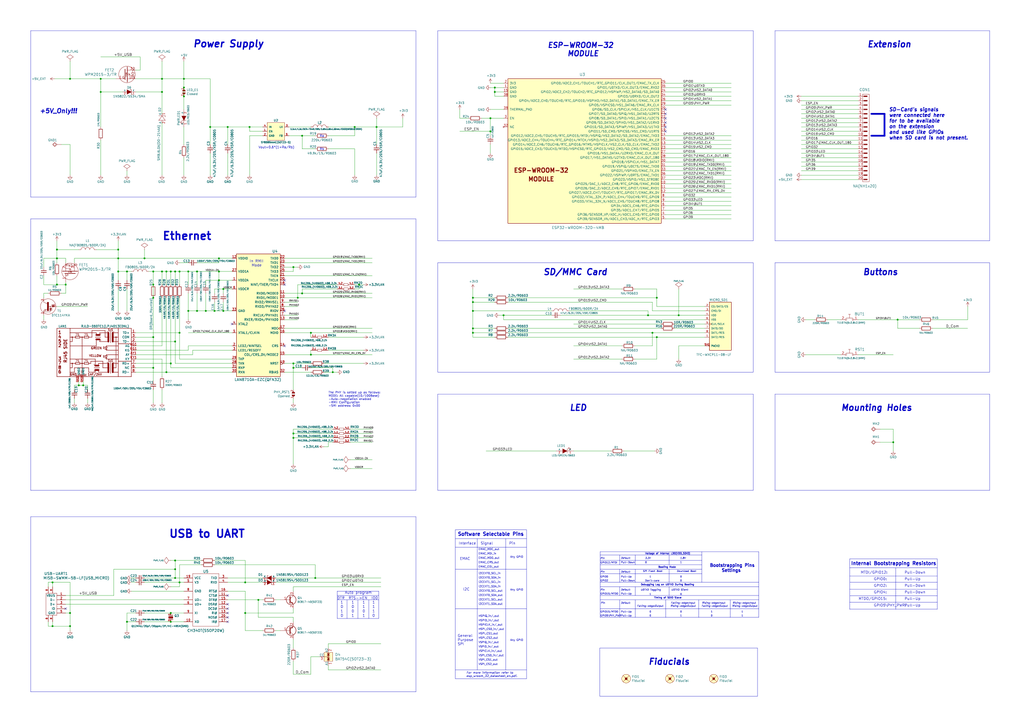
<source format=kicad_sch>
(kicad_sch (version 20230121) (generator eeschema)
  (paper "A2")
  (title_block (title "ESP32-GATEWAY") (date "2019-12-17") (rev "G") (company "OLIMEX LTD.") (comment 1 "https://www.olimex.com"))
  (junction (at 48.26 223.52))
  (junction (at 40.64 363.22))
  (junction (at 124.46 180.34))
  (junction (at 218.44 73.66))
  (junction (at 170.18 213.36))
  (junction (at 274.32 175.26))
  (junction (at 175.26 170.18))
  (junction (at 129.54 167.64))
  (junction (at 287.02 53.34))
  (junction (at 518.16 256.54))
  (junction (at 520.7 185.42))
  (junction (at 96.52 157.48))
  (junction (at 73.66 157.48))
  (junction (at 170.18 251.46))
  (junction (at 393.7 182.88))
  (junction (at 172.72 172.72))
  (junction (at 287.02 50.8))
  (junction (at 104.14 337.82))
  (junction (at 83.82 149.86))
  (junction (at 274.32 193.04))
  (junction (at 99.06 360.68))
  (junction (at 170.18 210.82))
  (junction (at 109.22 157.48))
  (junction (at 99.06 355.6))
  (junction (at 40.64 355.6))
  (junction (at 106.68 45.72))
  (junction (at 274.32 172.72))
  (junction (at 114.3 180.34))
  (junction (at 106.68 55.88))
  (junction (at 58.42 45.72))
  (junction (at 88.9 172.72))
  (junction (at 127 149.86))
  (junction (at 104.14 193.04))
  (junction (at 40.64 45.72))
  (junction (at 93.98 53.34))
  (junction (at 33.02 165.1))
  (junction (at 114.3 157.48))
  (junction (at 375.92 182.88))
  (junction (at 101.6 157.48))
  (junction (at 45.72 223.52))
  (junction (at 93.98 45.72))
  (junction (at 175.26 78.74))
  (junction (at 38.1 165.1))
  (junction (at 106.68 50.8))
  (junction (at 121.92 73.66))
  (junction (at 96.52 215.9))
  (junction (at 274.32 180.34))
  (junction (at 127 157.48))
  (junction (at 292.1 182.88))
  (junction (at 93.98 157.48))
  (junction (at 284.48 68.58))
  (junction (at 88.9 213.36))
  (junction (at 30.48 363.22))
  (junction (at 101.6 335.28))
  (junction (at 88.9 195.58))
  (junction (at 170.18 154.94))
  (junction (at 30.48 337.82))
  (junction (at 180.34 205.74))
  (junction (at 205.74 73.66))
  (junction (at 73.66 360.68))
  (junction (at 381 172.72))
  (junction (at 109.22 180.34))
  (junction (at 68.58 149.86))
  (junction (at 68.58 157.48))
  (junction (at 68.58 144.78))
  (junction (at 149.86 347.98))
  (junction (at 99.06 210.82))
  (junction (at 129.54 180.34))
  (junction (at 101.6 325.12))
  (junction (at 208.28 165.1))
  (junction (at 142.24 337.82))
  (junction (at 170.18 254))
  (junction (at 193.04 215.9))
  (junction (at 33.02 149.86))
  (junction (at 378.46 193.04))
  (junction (at 58.42 53.34))
  (junction (at 180.34 193.04))
  (junction (at 142.24 355.6))
  (junction (at 381 195.58))
  (junction (at 101.6 330.2))
  (junction (at 144.78 73.66))
  (junction (at 284.48 76.2))
  (junction (at 132.08 73.66))
  (junction (at 274.32 190.5))
  (junction (at 127 162.56))
  (junction (at 88.9 157.48))
  (junction (at 119.38 180.34))
  (junction (at 104.14 157.48))
  (junction (at 101.6 198.12))
  (junction (at 182.88 335.28))
  (junction (at 99.06 157.48))
  (junction (at 88.9 165.1))
  (junction (at 33.02 144.78))
  (no_connect (at 386.08 63.5))
  (no_connect (at 132.08 345.44))
  (no_connect (at 165.1 165.1))
  (no_connect (at 165.1 200.66))
  (no_connect (at 386.08 73.66))
  (no_connect (at 132.08 350.52))
  (no_connect (at 132.08 360.68))
  (no_connect (at 134.62 187.96))
  (no_connect (at 386.08 71.12))
  (no_connect (at 165.1 162.56))
  (no_connect (at 386.08 66.04))
  (no_connect (at 165.1 180.34))
  (no_connect (at 132.08 353.06))
  (no_connect (at 132.08 355.6))
  (no_connect (at 132.08 358.14))
  (no_connect (at 38.1 353.06))
  (no_connect (at 386.08 76.2))
  (no_connect (at 386.08 68.58))
  (wire (pts (xy 101.6 172.72) (xy 101.6 198.12)))
  (wire (pts (xy 497.84 63.5) (xy 464.82 63.5)))
  (wire (pts (xy 190.5 373.38) (xy 190.5 375.92)))
  (polyline (pts (xy 449.58 17.78) (xy 449.58 139.7)))
  (wire (pts (xy 180.34 195.58) (xy 180.34 193.04)))
  (wire (pts (xy 172.72 165.1) (xy 172.72 172.72)))
  (wire (pts (xy 93.98 35.56) (xy 93.98 45.72)))
  (wire (pts (xy 287.02 50.8) (xy 287.02 53.34)))
  (polyline (pts (xy 449.58 284.48) (xy 449.58 228.6)))
  (polyline (pts (xy 264.16 312.42) (xy 305.435 312.42)))
  (wire (pts (xy 121.92 73.66) (xy 132.08 73.66)))
  (polyline (pts (xy 439.42 403.86) (xy 439.42 375.92)))
  (wire (pts (xy 40.64 337.82) (xy 40.64 355.6)))
  (wire (pts (xy 386.08 53.34) (xy 424.18 53.34)))
  (polyline (pts (xy 436.88 284.48) (xy 254 284.48)))
  (wire (pts (xy 129.54 180.34) (xy 134.62 180.34)))
  (wire (pts (xy 170.18 340.36) (xy 220.98 340.36)))
  (wire (pts (xy 33.02 160.02) (xy 33.02 165.1)))
  (polyline (pts (xy 492.887 324.231) (xy 543.687 324.231)))
  (wire (pts (xy 114.3 170.18) (xy 114.3 180.34)))
  (polyline (pts (xy 449.58 139.7) (xy 574.04 139.7)))
  (wire (pts (xy 170.18 360.68) (xy 170.18 358.14)))
  (polyline (pts (xy 493.141 345.567) (xy 543.687 345.567)))
  (wire (pts (xy 93.98 157.48) (xy 96.52 157.48)))
  (wire (pts (xy 497.84 76.2) (xy 464.82 76.2)))
  (wire (pts (xy 109.22 170.18) (xy 109.22 180.34)))
  (polyline (pts (xy 405.257 347.98) (xy 405.257 358.14)))
  (wire (pts (xy 66.04 330.2) (xy 101.6 330.2)))
  (wire (pts (xy 144.78 78.74) (xy 144.78 101.6)))
  (wire (pts (xy 170.18 254) (xy 170.18 269.24)))
  (wire (pts (xy 287.02 193.04) (xy 274.32 193.04)))
  (wire (pts (xy 88.9 226.06) (xy 88.9 233.68)))
  (wire (pts (xy 180.34 391.16) (xy 180.34 381)))
  (wire (pts (xy 30.48 360.68) (xy 30.48 363.22)))
  (polyline (pts (xy 492.887 334.137) (xy 543.687 334.137)))
  (polyline (pts (xy 17.78 284.48) (xy 241.3 284.48)))
  (polyline (pts (xy 276.86 312.42) (xy 276.86 388.62)))
  (wire (pts (xy 464.82 88.9) (xy 497.84 88.9)))
  (wire (pts (xy 160.02 347.98) (xy 162.56 347.98)))
  (wire (pts (xy 203.2 251.46) (xy 215.9 251.46)))
  (wire (pts (xy 88.9 213.36) (xy 78.74 213.36)))
  (wire (pts (xy 195.58 167.64) (xy 175.26 167.64)))
  (wire (pts (xy 104.14 208.28) (xy 134.62 208.28)))
  (polyline (pts (xy 388.112 321.945) (xy 388.112 327.66)))
  (polyline (pts (xy 368.427 347.98) (xy 368.427 358.14)))
  (wire (pts (xy 58.42 53.34) (xy 58.42 73.66)))
  (wire (pts (xy 33.02 144.78) (xy 33.02 149.86)))
  (wire (pts (xy 165.1 205.74) (xy 180.34 205.74)))
  (wire (pts (xy 170.18 157.48) (xy 170.18 154.94)))
  (wire (pts (xy 165.1 177.8) (xy 172.72 177.8)))
  (wire (pts (xy 101.6 157.48) (xy 104.14 157.48)))
  (wire (pts (xy 170.18 383.54) (xy 170.18 391.16)))
  (wire (pts (xy 99.06 210.82) (xy 78.74 210.82)))
  (wire (pts (xy 208.28 167.64) (xy 208.28 165.1)))
  (wire (pts (xy 175.26 86.36) (xy 182.88 86.36)))
  (wire (pts (xy 497.84 66.04) (xy 464.82 66.04)))
  (polyline (pts (xy 348.107 353.06) (xy 440.182 353.06)))
  (polyline (pts (xy 195.58 342.9) (xy 195.58 358.775)))
  (wire (pts (xy 165.1 152.4) (xy 215.9 152.4)))
  (wire (pts (xy 83.82 360.68) (xy 99.06 360.68)))
  (polyline (pts (xy 264.16 330.2) (xy 305.435 330.2)))
  (wire (pts (xy 386.08 116.84) (xy 424.18 116.84)))
  (wire (pts (xy 124.46 325.12) (xy 142.24 325.12)))
  (wire (pts (xy 233.68 73.66) (xy 233.68 68.58)))
  (wire (pts (xy 78.74 215.9) (xy 96.52 215.9)))
  (wire (pts (xy 40.64 45.72) (xy 58.42 45.72)))
  (wire (pts (xy 510.54 256.54) (xy 518.16 256.54)))
  (wire (pts (xy 33.02 177.8) (xy 50.8 177.8)))
  (wire (pts (xy 203.2 266.7) (xy 215.9 266.7)))
  (wire (pts (xy 284.48 50.8) (xy 287.02 50.8)))
  (wire (pts (xy 38.1 170.18) (xy 35.56 170.18)))
  (wire (pts (xy 170.18 248.92) (xy 170.18 251.46)))
  (wire (pts (xy 93.98 165.1) (xy 93.98 157.48)))
  (wire (pts (xy 218.44 73.66) (xy 233.68 73.66)))
  (polyline (pts (xy 348.107 332.74) (xy 407.162 332.74)))
  (wire (pts (xy 73.66 157.48) (xy 76.2 157.48)))
  (wire (pts (xy 81.28 40.64) (xy 78.74 40.64)))
  (wire (pts (xy 386.08 127) (xy 424.18 127)))
  (wire (pts (xy 165.1 170.18) (xy 175.26 170.18)))
  (wire (pts (xy 497.84 104.14) (xy 464.82 104.14)))
  (wire (pts (xy 218.44 88.9) (xy 218.44 101.6)))
  (wire (pts (xy 93.98 226.06) (xy 93.98 233.68)))
  (wire (pts (xy 40.64 355.6) (xy 40.64 363.22)))
  (wire (pts (xy 381 172.72) (xy 294.64 172.72)))
  (wire (pts (xy 88.9 165.1) (xy 88.9 157.48)))
  (wire (pts (xy 33.02 165.1) (xy 38.1 165.1)))
  (wire (pts (xy 99.06 172.72) (xy 99.06 210.82)))
  (polyline (pts (xy 348.107 320.04) (xy 440.182 320.04)))
  (wire (pts (xy 30.48 337.82) (xy 40.64 337.82)))
  (wire (pts (xy 109.22 157.48) (xy 114.3 157.48)))
  (wire (pts (xy 497.84 73.66) (xy 464.82 73.66)))
  (wire (pts (xy 38.1 350.52) (xy 106.68 350.52)))
  (wire (pts (xy 386.08 101.6) (xy 424.18 101.6)))
  (wire (pts (xy 86.36 157.48) (xy 88.9 157.48)))
  (wire (pts (xy 93.98 45.72) (xy 93.98 53.34)))
  (wire (pts (xy 497.84 99.06) (xy 464.82 99.06)))
  (polyline (pts (xy 436.88 17.78) (xy 254 17.78)))
  (wire (pts (xy 360.68 167.64) (xy 332.74 167.64)))
  (wire (pts (xy 541.02 190.5) (xy 561.34 190.5)))
  (polyline (pts (xy 359.537 347.98) (xy 359.537 358.14)))
  (wire (pts (xy 76.2 342.9) (xy 106.68 342.9)))
  (wire (pts (xy 330.2 180.34) (xy 375.92 180.34)))
  (wire (pts (xy 99.06 325.12) (xy 101.6 325.12)))
  (wire (pts (xy 193.04 254) (xy 170.18 254)))
  (wire (pts (xy 43.18 149.86) (xy 68.58 149.86)))
  (polyline (pts (xy 492.887 329.311) (xy 543.687 329.311)))
  (wire (pts (xy 274.32 175.26) (xy 274.32 180.34)))
  (polyline (pts (xy 359.537 340.36) (xy 359.537 345.44)))
  (wire (pts (xy 381 177.8) (xy 381 172.72)))
  (wire (pts (xy 165.1 185.42) (xy 172.72 185.42)))
  (wire (pts (xy 129.54 167.64) (xy 134.62 167.64)))
  (polyline (pts (xy 254 228.6) (xy 436.88 228.6)))
  (wire (pts (xy 78.74 200.66) (xy 93.98 200.66)))
  (wire (pts (xy 203.2 271.78) (xy 215.9 271.78)))
  (wire (pts (xy 127 149.86) (xy 134.62 149.86)))
  (wire (pts (xy 391.16 190.5) (xy 408.94 190.5)))
  (wire (pts (xy 175.26 78.74) (xy 182.88 78.74)))
  (wire (pts (xy 45.72 144.78) (xy 33.02 144.78)))
  (polyline (pts (xy 574.04 284.48) (xy 574.04 228.6)))
  (wire (pts (xy 393.7 208.28) (xy 393.7 200.66)))
  (polyline (pts (xy 347.98 403.86) (xy 347.98 375.92)))
  (wire (pts (xy 180.34 215.9) (xy 165.1 215.9)))
  (wire (pts (xy 378.46 200.66) (xy 368.3 200.66)))
  (wire (pts (xy 93.98 101.6) (xy 93.98 71.12)))
  (wire (pts (xy 386.08 50.8) (xy 424.18 50.8)))
  (wire (pts (xy 497.84 83.82) (xy 464.82 83.82)))
  (wire (pts (xy 45.72 223.52) (xy 48.26 223.52)))
  (wire (pts (xy 170.18 210.82) (xy 180.34 210.82)))
  (wire (pts (xy 109.22 165.1) (xy 109.22 157.48)))
  (polyline (pts (xy 505.46 66.04) (xy 513.08 66.04)) (stroke (width 1.016) (type solid)))
  (wire (pts (xy 393.7 167.64) (xy 393.7 182.88)))
  (wire (pts (xy 83.82 337.82) (xy 104.14 337.82)))
  (polyline (pts (xy 241.3 284.48) (xy 241.3 127)))
  (wire (pts (xy 386.08 78.74) (xy 424.18 78.74)))
  (wire (pts (xy 386.08 111.76) (xy 424.18 111.76)))
  (wire (pts (xy 132.08 335.28) (xy 152.4 335.28)))
  (wire (pts (xy 381 208.28) (xy 368.3 208.28)))
  (wire (pts (xy 292.1 53.34) (xy 287.02 53.34)))
  (wire (pts (xy 182.88 327.66) (xy 182.88 335.28)))
  (polyline (pts (xy 436.88 215.9) (xy 436.88 152.4)))
  (wire (pts (xy 99.06 355.6) (xy 106.68 355.6)))
  (wire (pts (xy 533.4 190.5) (xy 520.7 190.5)))
  (wire (pts (xy 386.08 114.3) (xy 424.18 114.3)))
  (wire (pts (xy 175.26 167.64) (xy 175.26 170.18)))
  (polyline (pts (xy 492.887 341.757) (xy 543.687 341.757)))
  (wire (pts (xy 25.4 154.94) (xy 25.4 149.86)))
  (wire (pts (xy 292.1 185.42) (xy 292.1 182.88)))
  (wire (pts (xy 210.82 210.82) (xy 187.96 210.82)))
  (wire (pts (xy 203.2 256.54) (xy 215.9 256.54)))
  (wire (pts (xy 68.58 144.78) (xy 68.58 149.86)))
  (wire (pts (xy 274.32 195.58) (xy 287.02 195.58)))
  (polyline (pts (xy 17.78 299.72) (xy 17.78 401.32)))
  (wire (pts (xy 170.18 154.94) (xy 172.72 154.94)))
  (wire (pts (xy 210.82 195.58) (xy 190.5 195.58)))
  (wire (pts (xy 93.98 208.28) (xy 78.74 208.28)))
  (wire (pts (xy 43.18 223.52) (xy 45.72 223.52)))
  (wire (pts (xy 104.14 157.48) (xy 109.22 157.48)))
  (wire (pts (xy 71.12 53.34) (xy 58.42 53.34)))
  (wire (pts (xy 541.02 185.42) (xy 561.34 185.42)))
  (wire (pts (xy 360.68 200.66) (xy 332.74 200.66)))
  (wire (pts (xy 58.42 101.6) (xy 58.42 81.28)))
  (wire (pts (xy 170.18 213.36) (xy 175.26 213.36)))
  (polyline (pts (xy 388.112 345.44) (xy 388.112 340.36)))
  (wire (pts (xy 193.04 213.36) (xy 193.04 215.9)))
  (wire (pts (xy 287.02 50.8) (xy 292.1 50.8)))
  (wire (pts (xy 193.04 248.92) (xy 170.18 248.92)))
  (wire (pts (xy 48.26 223.52) (xy 50.8 223.52)))
  (polyline (pts (xy 264.16 393.7) (xy 264.16 307.34)))
  (wire (pts (xy 205.74 101.6) (xy 205.74 86.36)))
  (wire (pts (xy 38.1 347.98) (xy 106.68 347.98)))
  (wire (pts (xy 190.5 256.54) (xy 193.04 256.54)))
  (wire (pts (xy 68.58 157.48) (xy 68.58 162.56)))
  (polyline (pts (xy 407.162 337.82) (xy 407.162 320.04)))
  (wire (pts (xy 381 195.58) (xy 381 208.28)))
  (wire (pts (xy 134.62 200.66) (xy 109.22 200.66)))
  (wire (pts (xy 383.54 187.96) (xy 332.74 187.96)))
  (wire (pts (xy 38.1 149.86) (xy 33.02 149.86)))
  (wire (pts (xy 27.94 363.22) (xy 30.48 363.22)))
  (wire (pts (xy 99.06 210.82) (xy 99.06 213.36)))
  (wire (pts (xy 66.04 345.44) (xy 66.04 330.2)))
  (wire (pts (xy 165.1 160.02) (xy 215.9 160.02)))
  (wire (pts (xy 78.74 337.82) (xy 76.2 337.82)))
  (wire (pts (xy 119.38 162.56) (xy 119.38 165.1)))
  (wire (pts (xy 142.24 342.9) (xy 142.24 355.6)))
  (wire (pts (xy 132.08 342.9) (xy 142.24 342.9)))
  (wire (pts (xy 134.62 203.2) (xy 111.76 203.2)))
  (polyline (pts (xy 388.112 330.2) (xy 388.112 337.82)))
  (wire (pts (xy 294.64 175.26) (xy 378.46 175.26)))
  (wire (pts (xy 187.96 215.9) (xy 193.04 215.9)))
  (wire (pts (xy 518.16 256.54) (xy 518.16 261.62)))
  (wire (pts (xy 68.58 157.48) (xy 73.66 157.48)))
  (polyline (pts (xy 513.08 66.04) (xy 513.08 78.74)) (stroke (width 1.016) (type solid)))
  (wire (pts (xy 149.86 358.14) (xy 149.86 347.98)))
  (wire (pts (xy 190.5 259.08) (xy 190.5 256.54)))
  (wire (pts (xy 210.82 203.2) (xy 190.5 203.2)))
  (wire (pts (xy 124.46 180.34) (xy 129.54 180.34)))
  (wire (pts (xy 40.64 355.6) (xy 38.1 355.6)))
  (polyline (pts (xy 195.58 347.98) (xy 219.71 347.98)))
  (wire (pts (xy 114.3 180.34) (xy 119.38 180.34)))
  (wire (pts (xy 393.7 182.88) (xy 408.94 182.88)))
  (wire (pts (xy 124.46 167.64) (xy 124.46 170.18)))
  (wire (pts (xy 170.18 342.9) (xy 170.18 340.36)))
  (polyline (pts (xy 348.107 358.14) (xy 440.182 358.14)))
  (wire (pts (xy 106.68 45.72) (xy 106.68 50.8)))
  (wire (pts (xy 104.14 327.66) (xy 104.14 337.82)))
  (wire (pts (xy 467.36 185.42) (xy 472.44 185.42)))
  (polyline (pts (xy 348.107 337.82) (xy 440.182 337.82)))
  (wire (pts (xy 497.84 185.42) (xy 520.7 185.42)))
  (wire (pts (xy 497.84 55.88) (xy 464.82 55.88)))
  (polyline (pts (xy 348.107 321.945) (xy 407.162 321.945)))
  (wire (pts (xy 25.4 185.42) (xy 25.4 182.88)))
  (polyline (pts (xy 449.58 215.9) (xy 574.04 215.9)))
  (wire (pts (xy 292.1 182.88) (xy 320.04 182.88)))
  (wire (pts (xy 289.56 182.88) (xy 292.1 182.88)))
  (wire (pts (xy 99.06 360.68) (xy 106.68 360.68)))
  (wire (pts (xy 497.84 60.96) (xy 464.82 60.96)))
  (polyline (pts (xy 449.58 228.6) (xy 574.04 228.6)))
  (wire (pts (xy 518.16 248.92) (xy 518.16 256.54)))
  (wire (pts (xy 170.18 353.06) (xy 170.18 355.6)))
  (wire (pts (xy 40.64 35.56) (xy 40.64 45.72)))
  (wire (pts (xy 93.98 45.72) (xy 106.68 45.72)))
  (polyline (pts (xy 17.78 114.3) (xy 241.3 114.3)))
  (wire (pts (xy 386.08 83.82) (xy 424.18 83.82)))
  (wire (pts (xy 274.32 180.34) (xy 274.32 190.5)))
  (wire (pts (xy 205.74 165.1) (xy 208.28 165.1)))
  (wire (pts (xy 497.84 96.52) (xy 464.82 96.52)))
  (polyline (pts (xy 17.78 401.32) (xy 241.3 401.32)))
  (wire (pts (xy 38.1 165.1) (xy 38.1 170.18)))
  (wire (pts (xy 83.82 355.6) (xy 99.06 355.6)))
  (wire (pts (xy 68.58 149.86) (xy 83.82 149.86)))
  (wire (pts (xy 167.64 73.66) (xy 180.34 73.66)))
  (wire (pts (xy 190.5 386.08) (xy 190.5 388.62)))
  (polyline (pts (xy 492.887 353.314) (xy 543.687 353.314)))
  (wire (pts (xy 116.84 327.66) (xy 104.14 327.66)))
  (polyline (pts (xy 348.107 330.2) (xy 407.162 330.2)))
  (wire (pts (xy 375.92 182.88) (xy 393.7 182.88)))
  (wire (pts (xy 78.74 355.6) (xy 73.66 355.6)))
  (polyline (pts (xy 574.04 215.9) (xy 574.04 152.4)))
  (wire (pts (xy 73.66 360.68) (xy 73.66 365.76)))
  (wire (pts (xy 386.08 81.28) (xy 424.18 81.28)))
  (wire (pts (xy 127 157.48) (xy 127 162.56)))
  (wire (pts (xy 68.58 139.7) (xy 68.58 144.78)))
  (wire (pts (xy 518.16 205.74) (xy 497.84 205.74)))
  (wire (pts (xy 129.54 170.18) (xy 129.54 167.64)))
  (wire (pts (xy 106.68 73.66) (xy 106.68 83.82)))
  (wire (pts (xy 132.08 73.66) (xy 144.78 73.66)))
  (polyline (pts (xy 359.537 321.945) (xy 359.537 327.66)))
  (polyline (pts (xy 348.107 340.36) (xy 440.182 340.36)))
  (polyline (pts (xy 219.71 342.9) (xy 219.71 358.775)))
  (wire (pts (xy 104.14 337.82) (xy 106.68 337.82)))
  (wire (pts (xy 93.98 218.44) (xy 93.98 208.28)))
  (wire (pts (xy 25.4 165.1) (xy 33.02 165.1)))
  (wire (pts (xy 203.2 248.92) (xy 215.9 248.92)))
  (wire (pts (xy 142.24 325.12) (xy 142.24 337.82)))
  (wire (pts (xy 109.22 200.66) (xy 109.22 203.2)))
  (polyline (pts (xy 17.78 17.78) (xy 17.78 114.3)))
  (wire (pts (xy 208.28 165.1) (xy 210.82 165.1)))
  (polyline (pts (xy 368.427 321.945) (xy 368.427 327.66)))
  (wire (pts (xy 360.68 208.28) (xy 332.74 208.28)))
  (wire (pts (xy 96.52 157.48) (xy 99.06 157.48)))
  (wire (pts (xy 142.24 365.76) (xy 152.4 365.76)))
  (wire (pts (xy 132.08 73.66) (xy 132.08 83.82)))
  (wire (pts (xy 48.26 220.98) (xy 48.26 223.52)))
  (polyline (pts (xy 201.295 347.98) (xy 201.295 358.775)))
  (wire (pts (xy 38.1 345.44) (xy 66.04 345.44)))
  (wire (pts (xy 43.18 226.06) (xy 43.18 223.52)))
  (wire (pts (xy 104.14 340.36) (xy 104.14 337.82)))
  (wire (pts (xy 73.66 101.6) (xy 73.66 99.06)))
  (wire (pts (xy 378.46 193.04) (xy 378.46 200.66)))
  (wire (pts (xy 561.34 185.42) (xy 561.34 177.8)))
  (wire (pts (xy 43.18 231.14) (xy 43.18 233.68)))
  (wire (pts (xy 386.08 55.88) (xy 424.18 55.88)))
  (wire (pts (xy 274.32 175.26) (xy 287.02 175.26)))
  (wire (pts (xy 144.78 73.66) (xy 152.4 73.66)))
  (wire (pts (xy 78.74 45.72) (xy 93.98 45.72)))
  (wire (pts (xy 182.88 335.28) (xy 220.98 335.28)))
  (wire (pts (xy 294.64 190.5) (xy 383.54 190.5)))
  (wire (pts (xy 38.1 163.83) (xy 38.1 165.1)))
  (wire (pts (xy 88.9 157.48) (xy 93.98 157.48)))
  (wire (pts (xy 106.68 55.88) (xy 106.68 63.5)))
  (wire (pts (xy 160.02 335.28) (xy 182.88 335.28)))
  (wire (pts (xy 266.7 63.5) (xy 266.7 68.58)))
  (wire (pts (xy 165.1 193.04) (xy 180.34 193.04)))
  (wire (pts (xy 73.66 162.56) (xy 73.66 157.48)))
  (polyline (pts (xy 264.16 317.5) (xy 305.435 317.5)))
  (wire (pts (xy 124.46 180.34) (xy 124.46 175.26)))
  (wire (pts (xy 190.5 373.38) (xy 220.98 373.38)))
  (wire (pts (xy 175.26 78.74) (xy 175.26 86.36)))
  (wire (pts (xy 170.18 233.68) (xy 170.18 231.14)))
  (wire (pts (xy 40.64 101.6) (xy 40.64 83.82)))
  (wire (pts (xy 121.92 45.72) (xy 121.92 73.66)))
  (wire (pts (xy 386.08 88.9) (xy 424.18 88.9)))
  (wire (pts (xy 38.1 152.4) (xy 38.1 149.86)))
  (wire (pts (xy 27.94 360.68) (xy 27.94 363.22)))
  (wire (pts (xy 386.08 58.42) (xy 424.18 58.42)))
  (wire (pts (xy 55.88 144.78) (xy 68.58 144.78)))
  (wire (pts (xy 83.82 144.78) (xy 83.82 149.86)))
  (wire (pts (xy 43.18 152.4) (xy 43.18 149.86)))
  (wire (pts (xy 386.08 106.68) (xy 424.18 106.68)))
  (wire (pts (xy 497.84 91.44) (xy 464.82 91.44)))
  (polyline (pts (xy 359.537 330.2) (xy 359.537 337.82)))
  (polyline (pts (xy 195.58 345.44) (xy 219.71 345.44)))
  (polyline (pts (xy 241.3 17.78) (xy 241.3 114.3)))
  (polyline (pts (xy 293.37 312.42) (xy 293.37 388.62)))
  (wire (pts (xy 160.02 365.76) (xy 162.56 365.76)))
  (wire (pts (xy 294.64 195.58) (xy 381 195.58)))
  (wire (pts (xy 124.46 327.66) (xy 182.88 327.66)))
  (wire (pts (xy 274.32 190.5) (xy 274.32 193.04)))
  (wire (pts (xy 205.74 167.64) (xy 208.28 167.64)))
  (wire (pts (xy 25.4 149.86) (xy 33.02 149.86)))
  (wire (pts (xy 106.68 35.56) (xy 106.68 45.72)))
  (wire (pts (xy 27.94 170.18) (xy 25.4 170.18)))
  (wire (pts (xy 375.92 180.34) (xy 375.92 182.88)))
  (polyline (pts (xy 440.182 358.14) (xy 440.182 320.04)))
  (wire (pts (xy 106.68 45.72) (xy 121.92 45.72)))
  (wire (pts (xy 497.84 71.12) (xy 464.82 71.12)))
  (wire (pts (xy 284.48 68.58) (xy 292.1 68.58)))
  (polyline (pts (xy 543.687 324.231) (xy 543.687 353.441)))
  (wire (pts (xy 497.84 78.74) (xy 464.82 78.74)))
  (polyline (pts (xy 219.71 358.775) (xy 195.58 358.775)))
  (wire (pts (xy 195.58 165.1) (xy 172.72 165.1)))
  (wire (pts (xy 497.84 58.42) (xy 464.82 58.42)))
  (wire (pts (xy 274.32 180.34) (xy 320.04 180.34)))
  (wire (pts (xy 127 157.48) (xy 134.62 157.48)))
  (wire (pts (xy 119.38 162.56) (xy 127 162.56)))
  (wire (pts (xy 274.32 190.5) (xy 287.02 190.5)))
  (wire (pts (xy 99.06 165.1) (xy 99.06 157.48)))
  (wire (pts (xy 81.28 33.02) (xy 58.42 33.02)))
  (polyline (pts (xy 348.107 345.44) (xy 440.182 345.44)))
  (wire (pts (xy 467.36 205.74) (xy 487.68 205.74)))
  (wire (pts (xy 175.26 170.18) (xy 215.9 170.18)))
  (wire (pts (xy 104.14 193.04) (xy 78.74 193.04)))
  (wire (pts (xy 287.02 172.72) (xy 274.32 172.72)))
  (wire (pts (xy 381 172.72) (xy 381 167.64)))
  (wire (pts (xy 170.18 355.6) (xy 142.24 355.6)))
  (wire (pts (xy 88.9 195.58) (xy 78.74 195.58)))
  (wire (pts (xy 284.48 48.26) (xy 292.1 48.26)))
  (wire (pts (xy 88.9 195.58) (xy 88.9 213.36)))
  (wire (pts (xy 520.7 185.42) (xy 533.4 185.42)))
  (wire (pts (xy 134.62 193.04) (xy 109.22 193.04)))
  (wire (pts (xy 480.06 185.42) (xy 487.68 185.42)))
  (wire (pts (xy 165.1 154.94) (xy 170.18 154.94)))
  (wire (pts (xy 180.34 381) (xy 185.42 381)))
  (polyline (pts (xy 423.672 347.98) (xy 423.672 358.14)))
  (polyline (pts (xy 449.58 152.4) (xy 449.58 215.9)))
  (wire (pts (xy 30.48 363.22) (xy 40.64 363.22)))
  (wire (pts (xy 31.75 45.72) (xy 40.64 45.72)))
  (polyline (pts (xy 254 284.48) (xy 254 228.6)))
  (wire (pts (xy 121.92 73.66) (xy 121.92 83.82)))
  (wire (pts (xy 160.02 337.82) (xy 220.98 337.82)))
  (polyline (pts (xy 348.107 347.98) (xy 440.182 347.98)))
  (wire (pts (xy 111.76 203.2) (xy 111.76 205.74)))
  (wire (pts (xy 274.32 172.72) (xy 274.32 175.26)))
  (wire (pts (xy 386.08 60.96) (xy 424.18 60.96)))
  (wire (pts (xy 119.38 170.18) (xy 119.38 180.34)))
  (wire (pts (xy 190.5 73.66) (xy 205.74 73.66)))
  (wire (pts (xy 361.95 261.62) (xy 379.73 261.62)))
  (wire (pts (xy 96.52 165.1) (xy 96.52 157.48)))
  (wire (pts (xy 25.4 160.02) (xy 25.4 165.1)))
  (wire (pts (xy 96.52 215.9) (xy 134.62 215.9)))
  (wire (pts (xy 93.98 200.66) (xy 93.98 172.72)))
  (wire (pts (xy 386.08 109.22) (xy 424.18 109.22)))
  (wire (pts (xy 99.06 213.36) (xy 134.62 213.36)))
  (wire (pts (xy 378.46 175.26) (xy 378.46 180.34)))
  (wire (pts (xy 109.22 152.4) (xy 104.14 152.4)))
  (wire (pts (xy 27.94 340.36) (xy 27.94 337.82)))
  (wire (pts (xy 170.18 370.84) (xy 170.18 375.92)))
  (polyline (pts (xy 492.887 349.377) (xy 543.687 349.377)))
  (polyline (pts (xy 574.04 17.78) (xy 449.58 17.78)))
  (wire (pts (xy 354.33 261.62) (xy 332.74 261.62)))
  (polyline (pts (xy 17.78 299.72) (xy 241.3 299.72)))
  (wire (pts (xy 378.46 180.34) (xy 408.94 180.34)))
  (wire (pts (xy 167.64 78.74) (xy 175.26 78.74)))
  (wire (pts (xy 497.84 81.28) (xy 464.82 81.28)))
  (wire (pts (xy 497.84 101.6) (xy 464.82 101.6)))
  (wire (pts (xy 81.28 40.64) (xy 81.28 33.02)))
  (wire (pts (xy 142.24 337.82) (xy 152.4 337.82)))
  (wire (pts (xy 424.18 86.36) (xy 386.08 86.36)))
  (wire (pts (xy 170.18 358.14) (xy 149.86 358.14)))
  (wire (pts (xy 119.38 180.34) (xy 124.46 180.34)))
  (polyline (pts (xy 574.04 152.4) (xy 449.58 152.4)))
  (wire (pts (xy 386.08 124.46) (xy 424.18 124.46)))
  (wire (pts (xy 266.7 68.58) (xy 271.78 68.58)))
  (wire (pts (xy 106.68 50.8) (xy 106.68 55.88)))
  (polyline (pts (xy 347.98 375.92) (xy 439.42 375.92)))
  (wire (pts (xy 83.82 335.28) (xy 101.6 335.28)))
  (wire (pts (xy 114.3 165.1) (xy 114.3 157.48)))
  (wire (pts (xy 68.58 167.64) (xy 68.58 180.34)))
  (polyline (pts (xy 17.78 17.78) (xy 241.3 17.78)))
  (polyline (pts (xy 348.107 325.12) (xy 407.162 325.12)))
  (polyline (pts (xy 519.557 329.311) (xy 519.557 353.441)))
  (wire (pts (xy 381 195.58) (xy 408.94 195.58)))
  (wire (pts (xy 165.1 157.48) (xy 170.18 157.48)))
  (wire (pts (xy 78.74 360.68) (xy 73.66 360.68)))
  (polyline (pts (xy 574.04 139.7) (xy 574.04 17.78)))
  (wire (pts (xy 152.4 78.74) (xy 144.78 78.74)))
  (polyline (pts (xy 17.78 127) (xy 241.3 127)))
  (wire (pts (xy 124.46 167.64) (xy 129.54 167.64)))
  (polyline (pts (xy 436.88 17.78) (xy 436.88 139.7)))
  (wire (pts (xy 127 162.56) (xy 134.62 162.56)))
  (polyline (pts (xy 264.16 307.34) (xy 305.435 307.34)))
  (wire (pts (xy 144.78 76.2) (xy 144.78 73.66)))
  (wire (pts (xy 104.14 172.72) (xy 104.14 193.04)))
  (wire (pts (xy 170.18 251.46) (xy 170.18 254)))
  (wire (pts (xy 132.08 337.82) (xy 142.24 337.82)))
  (wire (pts (xy 58.42 45.72) (xy 67.31 45.72)))
  (polyline (pts (xy 368.427 330.2) (xy 368.427 337.82)))
  (wire (pts (xy 292.1 63.5) (xy 284.48 63.5)))
  (wire (pts (xy 279.4 68.58) (xy 284.48 68.58)))
  (wire (pts (xy 190.5 78.74) (xy 205.74 78.74)))
  (wire (pts (xy 50.8 223.52) (xy 50.8 226.06)))
  (wire (pts (xy 274.32 167.64) (xy 274.32 172.72)))
  (wire (pts (xy 386.08 99.06) (xy 424.18 99.06)))
  (polyline (pts (xy 449.58 284.48) (xy 574.04 284.48)))
  (wire (pts (xy 149.86 347.98) (xy 152.4 347.98)))
  (wire (pts (xy 520.7 190.5) (xy 520.7 185.42)))
  (polyline (pts (xy 254 152.4) (xy 254 215.9)))
  (polyline (pts (xy 264.16 353.06) (xy 305.435 353.06)))
  (wire (pts (xy 378.46 193.04) (xy 408.94 193.04)))
  (wire (pts (xy 27.94 337.82) (xy 30.48 337.82)))
  (polyline (pts (xy 207.645 347.98) (xy 207.645 358.775)))
  (polyline (pts (xy 213.995 347.98) (xy 213.995 358.775)))
  (wire (pts (xy 325.12 182.88) (xy 375.92 182.88)))
  (wire (pts (xy 40.64 83.82) (xy 35.56 83.82)))
  (polyline (pts (xy 305.435 393.7) (xy 264.16 393.7)))
  (wire (pts (xy 45.72 220.98) (xy 45.72 223.52)))
  (wire (pts (xy 152.4 76.2) (xy 144.78 76.2)))
  (wire (pts (xy 99.06 157.48) (xy 101.6 157.48)))
  (wire (pts (xy 111.76 205.74) (xy 78.74 205.74)))
  (wire (pts (xy 106.68 101.6) (xy 106.68 91.44)))
  (wire (pts (xy 294.64 193.04) (xy 378.46 193.04)))
  (wire (pts (xy 165.1 210.82) (xy 170.18 210.82)))
  (wire (pts (xy 274.32 193.04) (xy 274.32 195.58)))
  (wire (pts (xy 142.24 355.6) (xy 142.24 365.76)))
  (polyline (pts (xy 348.107 327.66) (xy 407.162 327.66)))
  (wire (pts (xy 408.94 187.96) (xy 391.16 187.96)))
  (wire (pts (xy 78.74 53.34) (xy 93.98 53.34)))
  (wire (pts (xy 180.34 203.2) (xy 180.34 205.74)))
  (wire (pts (xy 25.4 170.18) (xy 25.4 172.72)))
  (wire (pts (xy 287.02 55.88) (xy 292.1 55.88)))
  (wire (pts (xy 386.08 93.98) (xy 424.18 93.98)))
  (wire (pts (xy 393.7 200.66) (xy 408.94 200.66)))
  (wire (pts (xy 121.92 88.9) (xy 121.92 101.6)))
  (wire (pts (xy 109.22 203.2) (xy 78.74 203.2)))
  (wire (pts (xy 30.48 340.36) (xy 30.48 337.82)))
  (wire (pts (xy 203.2 254) (xy 215.9 254)))
  (wire (pts (xy 165.1 175.26) (xy 172.72 175.26)))
  (polyline (pts (xy 348.107 320.04) (xy 348.107 358.14)))
  (wire (pts (xy 101.6 210.82) (xy 134.62 210.82)))
  (wire (pts (xy 88.9 172.72) (xy 88.9 195.58)))
  (wire (pts (xy 205.74 86.36) (xy 190.5 86.36)))
  (polyline (pts (xy 254 215.9) (xy 436.88 215.9)))
  (wire (pts (xy 101.6 325.12) (xy 116.84 325.12)))
  (polyline (pts (xy 305.435 307.34) (xy 305.435 393.7)))
  (polyline (pts (xy 368.427 340.36) (xy 368.427 345.44)))
  (wire (pts (xy 218.44 68.58) (xy 218.44 73.66)))
  (wire (pts (xy 132.08 88.9) (xy 132.08 101.6)))
  (wire (pts (xy 109.22 180.34) (xy 109.22 185.42)))
  (wire (pts (xy 464.82 86.36) (xy 497.84 86.36)))
  (wire (pts (xy 284.48 68.58) (xy 284.48 76.2)))
  (wire (pts (xy 386.08 119.38) (xy 424.18 119.38)))
  (wire (pts (xy 287.02 53.34) (xy 287.02 55.88)))
  (wire (pts (xy 190.5 388.62) (xy 220.98 388.62)))
  (wire (pts (xy 510.54 248.92) (xy 518.16 248.92)))
  (wire (pts (xy 88.9 172.72) (xy 88.9 165.1)))
  (wire (pts (xy 127 152.4) (xy 127 149.86)))
  (polyline (pts (xy 492.887 324.231) (xy 492.887 353.441)))
  (polyline (pts (xy 254 139.7) (xy 436.88 139.7)))
  (wire (pts (xy 386.08 48.26) (xy 424.18 48.26)))
  (wire (pts (xy 101.6 198.12) (xy 78.74 198.12)))
  (wire (pts (xy 386.08 96.52) (xy 424.18 96.52)))
  (wire (pts (xy 381 167.64) (xy 368.3 167.64)))
  (wire (pts (xy 101.6 198.12) (xy 101.6 210.82)))
  (wire (pts (xy 170.18 210.82) (xy 170.18 213.36)))
  (wire (pts (xy 165.1 182.88) (xy 172.72 182.88)))
  (wire (pts (xy 180.34 213.36) (xy 193.04 213.36)))
  (polyline (pts (xy 264.16 388.62) (xy 305.435 388.62)))
  (wire (pts (xy 104.14 193.04) (xy 104.14 208.28)))
  (wire (pts (xy 93.98 53.34) (xy 93.98 66.04)))
  (wire (pts (xy 193.04 215.9) (xy 195.58 215.9)))
  (wire (pts (xy 386.08 104.14) (xy 424.18 104.14)))
  (wire (pts (xy 386.08 91.44) (xy 424.18 91.44)))
  (wire (pts (xy 205.74 78.74) (xy 205.74 73.66)))
  (wire (pts (xy 101.6 330.2) (xy 101.6 335.28)))
  (wire (pts (xy 218.44 73.66) (xy 218.44 83.82)))
  (wire (pts (xy 172.72 172.72) (xy 215.9 172.72)))
  (polyline (pts (xy 241.3 401.32) (xy 241.3 299.72)))
  (wire (pts (xy 101.6 165.1) (xy 101.6 157.48)))
  (wire (pts (xy 497.84 93.98) (xy 464.82 93.98)))
  (polyline (pts (xy 347.98 403.86) (xy 439.42 403.86)))
  (wire (pts (xy 96.52 172.72) (xy 96.52 215.9)))
  (wire (pts (xy 58.42 45.72) (xy 58.42 53.34)))
  (wire (pts (xy 50.8 231.14) (xy 50.8 233.68)))
  (wire (pts (xy 165.1 149.86) (xy 215.9 149.86)))
  (wire (pts (xy 165.1 172.72) (xy 172.72 172.72)))
  (wire (pts (xy 73.66 167.64) (xy 73.66 180.34)))
  (polyline (pts (xy 219.71 342.9) (xy 195.58 342.9)))
  (wire (pts (xy 88.9 213.36) (xy 88.9 220.98)))
  (wire (pts (xy 165.1 190.5) (xy 215.9 190.5)))
  (polyline (pts (xy 386.207 347.98) (xy 386.207 358.14)))
  (polyline (pts (xy 513.08 78.74) (xy 505.46 78.74)) (stroke (width 1.016) (type solid)))
  (wire (pts (xy 180.34 193.04) (xy 215.9 193.04)))
  (wire (pts (xy 73.66 355.6) (xy 73.66 360.68)))
  (wire (pts (xy 386.08 121.92) (xy 424.18 121.92)))
  (wire (pts (xy 104.14 165.1) (xy 104.14 157.48)))
  (wire (pts (xy 284.48 83.82) (xy 284.48 88.9)))
  (wire (pts (xy 284.48 76.2) (xy 266.7 76.2)))
  (wire (pts (xy 132.08 347.98) (xy 149.86 347.98)))
  (wire (pts (xy 129.54 180.34) (xy 129.54 175.26)))
  (wire (pts (xy 408.94 177.8) (xy 381 177.8)))
  (wire (pts (xy 83.82 149.86) (xy 127 149.86)))
  (wire (pts (xy 114.3 152.4) (xy 127 152.4)))
  (polyline (pts (xy 17.78 127) (xy 17.78 284.48)))
  (wire (pts (xy 170.18 213.36) (xy 170.18 226.06)))
  (wire (pts (xy 187.96 259.08) (xy 190.5 259.08)))
  (wire (pts (xy 170.18 391.16) (xy 180.34 391.16)))
  (polyline (pts (xy 436.88 228.6) (xy 436.88 284.48)))
  (wire (pts (xy 78.74 335.28) (xy 76.2 335.28)))
  (wire (pts (xy 205.74 73.66) (xy 218.44 73.66)))
  (wire (pts (xy 497.84 68.58) (xy 464.82 68.58)))
  (wire (pts (xy 68.58 149.86) (xy 68.58 157.48)))
  (wire (pts (xy 109.22 180.34) (xy 114.3 180.34)))
  (polyline (pts (xy 436.88 152.4) (xy 254 152.4)))
  (wire (pts (xy 408.94 185.42) (xy 292.1 185.42)))
  (wire (pts (xy 180.34 205.74) (xy 215.9 205.74)))
  (wire (pts (xy 101.6 335.28) (xy 106.68 335.28)))
  (wire (pts (xy 284.48 78.74) (xy 284.48 76.2)))
  (wire (pts (xy 101.6 325.12) (xy 101.6 330.2)))
  (wire (pts (xy 193.04 251.46) (xy 170.18 251.46)))
  (polyline (pts (xy 254 17.78) (xy 254 139.7)))
  (wire (pts (xy 33.02 139.7) (xy 33.02 144.78)))
  (wire (pts (xy 114.3 157.48) (xy 127 157.48)))
  (wire (pts (xy 33.02 149.86) (xy 33.02 152.4)))
  (wire (pts (xy 99.06 340.36) (xy 104.14 340.36)))
  (wire (pts (xy 322.58 261.62) (xy 281.94 261.62)))
  (polyline (pts (xy 493.141 337.693) (xy 543.687 337.693)))
  (wire (pts (xy 40.64 363.22) (xy 40.64 365.76)))
  (text "Pull-Down" (at 524.637 340.741 0) (effects (font (size 1.4986 1.4986)) (justify left bottom)))
  (text "HSPID_in/_out" (at 277.495 360.68 0) (effects (font (size 1.0922 1.0922)) (justify left bottom)))
  (text "1" (at 210.185 353.06 0) (effects (font (size 1.524 1.524)) (justify left bottom)))
  (text "Pull-Up" (at 360.172 345.186 0) (effects (font (size 0.9906 0.9906)) (justify left bottom)))
  (text "Default" (at 360.172 342.9 0) (effects (font (size 0.9906 0.9906) italic) (justify left bottom)))
  (text "Booting Mode" (at 381.762 329.692 0) (effects (font (size 0.9906 0.9906) (thickness 0.1981) bold) (justify left bottom)))
  (text "VSPI_CS1_out" (at 277.495 383.54 0) (effects (font (size 1.0922 1.0922)) (justify left bottom)))
  (text "MTDI/GPIO12:" (at 499.237 333.121 0) (effects (font (size 1.4986 1.4986)) (justify left bottom)))
  (text "Pull-Up" (at 360.172 357.886 0) (effects (font (size 0.9906 0.9906)) (justify left bottom)))
  (text "Pull-Up" (at 360.172 335.28 0) (effects (font (size 0.9906 0.9906)) (justify left bottom)))
  (text "GPIO2:" (at 506.857 340.741 0) (effects (font (size 1.4986 1.4986)) (justify left bottom)))
  (text "0" (at 210.185 355.6 0) (effects (font (size 1.524 1.524)) (justify left bottom)))
  (text "HSPI_CS1_out" (at 277.495 368.3 0) (effects (font (size 1.0922 1.0922)) (justify left bottom)))
  (text "MTDO/GPIO15:" (at 497.967 348.361 0) (effects (font (size 1.4986 1.4986)) (justify left bottom)))
  (text "0" (at 197.485 353.06 0) (effects (font (size 1.524 1.524)) (justify left bottom)))
  (text "0" (at 376.682 355.6 0) (effects (font (size 0.9906 0.9906)) (justify left bottom)))
  (text "Falling-edge:Output" (at 369.57 352.298 0) (effects (font (size 0.9906 0.9906) italic) (justify left bottom)))
  (text "Interface" (at 266.065 316.23 0) (effects (font (size 1.4986 1.4986)) (justify left bottom)))
  (text "Software Selectable Pins" (at 265.43 311.15 0) (effects (font (size 2.0066 2.0066) (thickness 0.4013) bold) (justify left bottom)))
  (text "1" (at 203.835 350.52 0) (effects (font (size 1.524 1.524)) (justify left bottom)))
  (text "SPI Flash Boot" (at 372.872 332.105 0) (effects (font (size 0.9906 0.9906) italic) (justify left bottom)))
  (text "Pin" (at 348.234 324.612 0) (effects (font (size 0.9906 0.9906) italic) (justify left bottom)))
  (text "HSPI_CS2_out" (at 277.495 370.84 0) (effects (font (size 1.0922 1.0922)) (justify left bottom)))
  (text "GPIO4:" (at 506.857 344.551 0) (effects (font (size 1.4986 1.4986)) (justify left bottom)))
  (text "Buttons" (at 500.38 160.02 0) (effects (font (size 3.5052 3.5052) (thickness 0.701) bold italic) (justify left bottom)))
  (text "0" (at 394.462 345.44 0) (effects (font (size 0.9906 0.9906)) (justify left bottom)))
  (text "Extension" (at 502.92 27.94 0) (effects (font (size 3.5052 3.5052) (thickness 0.701) bold italic) (justify left bottom)))
  (text "0" (at 215.9 358.14 0) (effects (font (size 1.524 1.524)) (justify left bottom)))
  (text "1" (at 376.682 335.28 0) (effects (font (size 0.9906 0.9906)) (justify left bottom)))
  (text "VSPICLK_in/_out" (at 277.495 378.46 0) (effects (font (size 1.0922 1.0922)) (justify left bottom)))
  (text "EMAC_MDO_out" (at 277.495 324.485 0) (effects (font (size 1.0922 1.0922)) (justify left bottom)))
  (text "0" (at 394.462 355.6 0) (effects (font (size 0.9906 0.9906)) (justify left bottom)))
  (text "For more information refer to \nesp_wroom_32_datasheet_en.pdf." (at 270.51 393.065 0) (effects (font (size 1.1938 1.1938) italic) (justify left bottom)))
  (text "1" (at 215.9 350.52 0) (effects (font (size 1.524 1.524)) (justify left bottom)))
  (text "GPIO12/MTDI" (at 348.234 327.152 0) (effects (font (size 0.9906 0.9906)) (justify left bottom)))
  (text "Rising-edge:Output" (at 388.874 352.298 0) (effects (font (size 0.9906 0.9906) italic) (justify left bottom)))
  (text "1" (at 197.485 350.52 0) (effects (font (size 1.524 1.524)) (justify left bottom)))
  (text "1" (at 215.9 353.06 0) (effects (font (size 1.524 1.524)) (justify left bottom)))
  (text "General\nPurpose\nSPI" (at 265.43 374.65 0) (effects (font (size 1.4986 1.4986)) (justify left bottom)))
  (text "HSPIQ_in/_out" (at 277.495 358.14 0) (effects (font (size 1.0922 1.0922)) (justify left bottom)))
  (text "I2CEXT1_SDA_in" (at 277.495 340.995 0) (effects (font (size 1.0922 1.0922)) (justify left bottom)))
  (text "+5V_Only!!!" (at 22.86 66.04 0) (effects (font (size 2.54 2.54) (thickness 0.508) bold italic) (justify left bottom)))
  (text "GPIO15/MTDO" (at 348.234 355.6 0) (effects (font (size 0.9906 0.9906)) (justify left bottom)))
  (text "0" (at 374.142 327.025 0) (effects (font (size 0.9906 0.9906)) (justify left bottom)))
  (text "In RMII\n Mode\n" (at 144.78 154.94 0) (effects (font (size 1.4986 1.4986)) (justify left bottom)))
  (text "Any GPIO" (at 295.91 372.11 0) (effects (font (size 1.0922 1.0922)) (justify left bottom)))
  (text "Pin" (at 295.275 316.23 0) (effects (font (size 1.4986 1.4986)) (justify left bottom)))
  (text "U0TXD Toggling" (at 371.602 342.9 0) (effects (font (size 0.9906 0.9906) italic) (justify left bottom)))
  (text "1" (at 394.462 327.025 0) (effects (font (size 0.9906 0.9906)) (justify left bottom)))
  (text "EMAC_COL_out" (at 277.495 329.565 0) (effects (font (size 1.0922 1.0922)) (justify left bottom)))
  (text "Default" (at 360.172 350.52 0) (effects (font (size 0.9906 0.9906) italic) (justify left bottom)))
  (text "Signal" (at 278.765 316.23 0) (effects (font (size 1.4986 1.4986)) (justify left bottom)))
  (text "EMAC_CRS_out" (at 277.495 327.025 0) (effects (font (size 1.0922 1.0922)) (justify left bottom)))
  (text "SD/MMC Card" (at 314.96 160.02 0) (effects (font (size 3.5052 3.5052) (thickness 0.701) bold italic) (justify left bottom)))
  (text "USB to UART" (at 97.79 312.42 0) (effects (font (size 4.4958 4.4958) (thickness 0.8992) bold) (justify left bottom)))
  (text "ESP-WROOM-32\n     MODULE" (at 317.5 33.02 0) (effects (font (size 2.9972 2.9972) (thickness 0.5994) bold italic) (justify left bottom)))
  (text "Pull-Up" (at 524.637 352.171 0) (effects (font (size 1.4986 1.4986)) (justify left bottom)))
  (text "VSPI_CS0_in/_out" (at 277.495 381 0) (effects (font (size 1.0922 1.0922)) (justify left bottom)))
  (text "Ra" (at 185.42 79.756 0) (effects (font (size 1.2954 1.2954)) (justify left bottom)))
  (text "GPIO15/MTDO" (at 348.234 345.186 0) (effects (font (size 0.9906 0.9906)) (justify left bottom)))
  (text "VSPID_in/_out" (at 277.495 375.92 0) (effects (font (size 1.0922 1.0922)) (justify left bottom)))
  (text "1" (at 215.9 355.6 0) (effects (font (size 1.524 1.524)) (justify left bottom)))
  (text "GPIO5\\PHY_PWR:" (at 506.857 352.171 0) (effects (font (size 1.4986 1.4986)) (justify left bottom)))
  (text "1" (at 203.835 358.14 0) (effects (font (size 1.524 1.524)) (justify left bottom)))
  (text "The PHY is setted up as follows:\nMODE: All capable(10/100Base)\n-Auto-negotiation enabled\n-RMII Configuration\n-SMI address: 0x00" (at 190.5 236.22 0) (effects (font (size 1.1938 1.1938)) (justify left bottom)))
  (text "DTR  RTS->EN  IO0" (at 195.58 347.98 0) (effects (font (size 1.524 1.524)) (justify left bottom)))
  (text "Fiducials" (at 375.92 386.08 0) (effects (font (size 3.5052 3.5052) (thickness 0.701) bold italic) (justify left bottom)))
  (text "Ethernet" (at 93.98 139.7 0) (effects (font (size 4.4958 4.4958) (thickness 0.8992) bold) (justify left bottom)))
  (text "Pin" (at 348.234 332.486 0) (effects (font (size 0.9906 0.9906) italic) (justify left bottom)))
  (text "1" (at 430.022 355.6 0) (effects (font (size 0.9906 0.9906)) (justify left bottom)))
  (text "0" (at 394.462 337.566 0) (effects (font (size 0.9906 0.9906)) (justify left bottom)))
  (text "LED" (at 330.2 238.76 0) (effects (font (size 3.5052 3.5052) (thickness 0.701) bold italic) (justify left bottom)))
  (text "Pull-Down" (at 360.172 327.025 0) (effects (font (size 0.9906 0.9906)) (justify left bottom)))
  (text "1" (at 412.242 355.6 0) (effects (font (size 0.9906 0.9906)) (justify left bottom)))
  (text "VSPI_CS2_out" (at 277.495 386.08 0) (effects (font (size 1.0922 1.0922)) (justify left bottom)))
  (text "0" (at 203.835 353.06 0) (effects (font (size 1.524 1.524)) (justify left bottom)))
  (text "GPIO2" (at 348.234 337.566 0) (effects (font (size 0.9906 0.9906)) (justify left bottom)))
  (text "I2CEXT1_SDA_out" (at 277.495 351.155 0) (effects (font (size 1.0922 1.0922)) (justify left bottom)))
  (text "1" (at 430.022 357.886 0) (effects (font (size 0.9906 0.9906)) (justify left bottom)))
  (text "I2CEXT0_SCL_in" (at 277.495 333.375 0) (effects (font (size 1.0922 1.0922)) (justify left bottom)))
  (text "Pull-Down" (at 524.637 344.551 0) (effects (font (size 1.4986 1.4986)) (justify left bottom)))
  (text "1.8V" (at 394.462 324.485 0) (effects (font (size 0.9906 0.9906) italic) (justify left bottom)))
  (text "GPIO0:" (at 506.857 336.931 0) (effects (font (size 1.4986 1.4986)) (justify left bottom)))
  (text "U0TXD Silent" (at 389.382 342.9 0) (effects (font (size 0.9906 0.9906) italic) (justify left bottom)))
  (text "I2CEXT1_SCL_in" (at 277.495 338.455 0) (effects (font (size 1.0922 1.0922)) (justify left bottom)))
  (text "Pull-Down" (at 360.172 337.566 0) (effects (font (size 0.9906 0.9906)) (justify left bottom)))
  (text "Auto program\n" (at 200.025 344.805 0) (effects (font (size 1.524 1.524)) (justify left bottom)))
  (text "Pull-Up" (at 360.172 355.6 0) (effects (font (size 0.9906 0.9906)) (justify left bottom)))
  (text "0" (at 203.835 355.6 0) (effects (font (size 1.524 1.524)) (justify left bottom)))
  (text "0" (at 376.682 357.886 0) (effects (font (size 0.9906 0.9906)) (justify left bottom)))
  (text "0" (at 412.242 357.886 0) (effects (font (size 0.9906 0.9906)) (justify left bottom)))
  (text "Bootstrapping Pins \n     Settings" (at 411.607 332.105 0) (effects (font (size 1.8034 1.8034) (thickness 0.3607) bold) (justify left bottom)))
  (text "Rising-edge:Input" (at 407.162 350.52 0) (effects (font (size 0.9906 0.9906) italic) (justify left bottom)))
  (text "EMAC_MDI_in" (at 277.495 321.945 0) (effects (font (size 1.0922 1.0922)) (justify left bottom)))
  (text "Pin" (at 348.488 350.52 0) (effects (font (size 0.9906 0.9906) italic) (justify left bottom)))
  (text "1" (at 197.485 355.6 0) (effects (font (size 1.524 1.524)) (justify left bottom)))
  (text "Don't-care" (at 374.142 337.566 0) (effects (font (size 0.9906 0.9906)) (justify left bottom)))
  (text "Any GPIO" (at 295.91 342.9 0) (effects (font (size 1.0922 1.0922)) (justify left bottom)))
  (text "Falling-edge:Input" (at 389.128 350.52 0) (effects (font (size 0.9906 0.9906) italic) (justify left bottom)))
  (text "Power Supply" (at 111.76 27.94 0) (effects (font (size 3.9878 3.9878) (thickness 0.7976) bold italic) (justify left bottom)))
  (text "Internal Bootstrapping Resistors" (at 493.522 328.168 0) (effects (font (size 2.0066 2.0066) (thickness 0.4013) bold) (justify left bottom)))
  (text "1" (at 376.682 345.44 0) (effects (font (size 0.9906 0.9906)) (justify left bottom)))
  (text "Rb" (at 185.42 87.376 0) (effects (font (size 1.2954 1.2954)) (justify left bottom)))
  (text "I2CEXT1_SCL_out" (at 277.495 348.615 0) (effects (font (size 1.0922 1.0922)) (justify left bottom)))
  (text "Pull-Up" (at 524.637 348.361 0) (effects (font (size 1.4986 1.4986)) (justify left bottom)))
  (text "I2C" (at 268.605 342.9 0) (effects (font (size 1.4986 1.4986)) (justify left bottom)))
  (text "Pin" (at 348.234 342.9 0) (effects (font (size 0.9906 0.9906) italic) (justify left bottom)))
  (text "EMAC_MDC_out" (at 277.495 319.405 0) (effects (font (size 1.0922 1.0922)) (justify left bottom)))
  (text "3.3V" (at 374.142 324.485 0) (effects (font (size 0.9906 0.9906) italic) (justify left bottom)))
  (text "GPIO5\\PHY_PWR" (at 348.234 357.886 0) (effects (font (size 0.9906 0.9906)) (justify left bottom)))
  (text "I2CEXT0_SCL_out" (at 277.495 343.535 0) (effects (font (size 1.0922 1.0922)) (justify left bottom)))
  (text "Falling-edge:Output" (at 406.908 352.298 0) (effects (font (size 0.9906 0.9906) italic) (justify left bottom)))
  (text "EMAC" (at 266.7 325.12 0) (effects (font (size 1.4986 1.4986)) (justify left bottom)))
  (text "Default" (at 360.172 332.486 0) (effects (font (size 0.9906 0.9906) italic) (justify left bottom)))
  (text "1" (at 394.462 357.886 0) (effects (font (size 0.9906 0.9906)) (justify left bottom)))
  (text "Debugging Log on U0TXD During Booting" (at 371.602 339.852 0) (effects (font (size 0.9906 0.9906) (thickness 0.1981) bold) (justify left bottom)))
  (text "0" (at 197.485 358.14 0) (effects (font (size 1.524 1.524)) (justify left bottom)))
  (text "VSPIQ_in/_out" (at 277.495 373.38 0) (effects (font (size 1.0922 1.0922)) (justify left bottom)))
  (text "Vout=0.6*(1+Ra/Rb)" (at 149.86 86.36 0) (effects (font (size 1.2954 1.2954)) (justify left bottom)))
  (text "Pull-Up" (at 524.637 336.931 0) (effects (font (size 1.4986 1.4986)) (justify left bottom)))
  (text "Any GPIO" (at 295.91 323.85 0) (effects (font (size 1.0922 1.0922)) (justify left bottom)))
  (text "I2CEXT0_SDA_out" (at 277.495 346.075 0) (effects (font (size 1.0922 1.0922)) (justify left bottom)))
  (text "Rising-edge:Output" (at 424.688 352.298 0) (effects (font (size 0.9906 0.9906) italic) (justify left bottom)))
  (text "Rising-edge:Input" (at 424.942 350.52 0) (effects (font (size 0.9906 0.9906) italic) (justify left bottom)))
  (text "Timing of SDIO Slave" (at 379.222 347.472 0) (effects (font (size 0.9906 0.9906) (thickness 0.1981) bold) (justify left bottom)))
  (text "SD-Card's signals \nwere connected here \nfor to be available \non the extension\nand used like GPIOs\nwhen SD card is not present." (at 515.62 81.28 0) (effects (font (size 2.032 2.032) (thickness 0.4064) bold italic) (justify left bottom)))
  (text "HSPICLK_in/_out" (at 277.495 363.22 0) (effects (font (size 1.0922 1.0922)) (justify left bottom)))
  (text "Download Boot" (at 392.557 332.105 0) (effects (font (size 0.9906 0.9906) italic) (justify left bottom)))
  (text "Default" (at 360.172 324.485 0) (effects (font (size 0.9906 0.9906) italic) (justify left bottom)))
  (text "I2CEXT0_SDA_in" (at 277.495 335.915 0) (effects (font (size 1.0922 1.0922)) (justify left bottom)))
  (text "0" (at 394.462 335.28 0) (effects (font (size 0.9906 0.9906)) (justify left bottom)))
  (text "Pull-Down" (at 524.637 333.121 0) (effects (font (size 1.4986 1.4986)) (justify left bottom)))
  (text "GPIO0" (at 348.234 335.28 0) (effects (font (size 0.9906 0.9906)) (justify left bottom)))
  (text "Mounting Holes" (at 487.68 238.76 0) (effects (font (size 3.5052 3.5052) (thickness 0.701) bold italic) (justify left bottom)))
  (text "1" (at 210.185 350.52 0) (effects (font (size 1.524 1.524)) (justify left bottom)))
  (text "Voltage of Internal LDO(VDD_SDIO)" (at 374.142 321.818 0) (effects (font (size 0.9906 0.9906) (thickness 0.1981) bold) (justify left bottom)))
  (text "HSPI_CS0_in/_out" (at 277.495 365.76 0) (effects (font (size 1.0922 1.0922)) (justify left bottom)))
  (text "1" (at 210.185 358.14 0) (effects (font (size 1.524 1.524)) (justify left bottom)))
  (label "GPIO33\\LED" (at 467.36 88.9 0))
  (label "GPIO18\\MDIO(RMII)" (at 396.24 93.98 0))
  (label "GPIO0" (at 200.66 373.38 0))
  (label "GPIO15\\HS2_CMD" (at 335.28 175.26 0))
  (label "GPIO33\\LED" (at 285.75 261.62 0))
  (label "GPI35" (at 396.24 121.92 0))
  (label "PHYAD1" (at 167.64 182.88 0) (effects (font (size 0.9906 0.9906))))
  (label "VDDCR" (at 129.54 167.64 0) (effects (font (size 0.9906 0.9906))))
  (label "D_Com" (at 548.64 190.5 0) (effects (font (size 1.524 1.524))))
  (label "GPIO17\\EMAC_CLK_OUT_180" (at 467.36 83.82 0))
  (label "GPIO4\\HS2_DATA1" (at 467.36 68.58 0))
  (label "PHYAD0" (at 210.82 248.92 0) (effects (font (size 0.9906 0.9906))))
  (label "PHYAD2" (at 210.82 254 0) (effects (font (size 0.9906 0.9906))))
  (label "GPIO21\\EMAC_TX_EN(RMII)" (at 396.24 99.06 0))
  (label "GPIO2\\HS2_DATA0" (at 200.66 388.62 0))
  (label "GPIO26\\EMAC_RXD1(RMII)" (at 396.24 109.22 0))
  (label "GPIO3\\U0RXD" (at 198.12 335.28 0))
  (label "ESP_EN" (at 198.12 340.36 0))
  (label "GPIO12\\HS2_DATA2" (at 396.24 78.74 0))
  (label "GPIO4\\HS2_DATA1" (at 335.28 200.66 0))
  (label "GPIO22\\EMAC_TXD1(RMII)" (at 193.04 152.4 0) (effects (font (size 0.9906 0.9906))))
  (label "GPIO14\\HS2_CLK" (at 335.28 187.96 0))
  (label "+5V_USB" (at 45.72 345.44 0) (effects (font (size 1.524 1.524))))
  (label "GPIO27\\EMAC_RX_CRS_DV" (at 396.24 111.76 0))
  (label "GPIO23\\MDC(RMII)" (at 193.04 190.5 0) (effects (font (size 0.9906 0.9906))))
  (label "GPIO17\\EMAC_CLK_OUT_180" (at 111.76 193.04 0) (effects (font (size 1.016 1.016))))
  (label "GPIO3\\U0RXD" (at 396.24 55.88 0))
  (label "GPIO32" (at 467.36 86.36 0))
  (label "VDDCR" (at 205.74 271.78 0) (effects (font (size 0.9906 0.9906))))
  (label "RMIISEL" (at 167.64 175.26 0) (effects (font (size 0.9906 0.9906))))
  (label "GPIO4\\HS2_DATA1" (at 396.24 58.42 0))
  (label "GPIO23\\MDC(RMII)" (at 396.24 104.14 0))
  (label "GPIO18\\MDIO(RMII)" (at 193.04 193.04 0) (effects (font (size 0.9906 0.9906))))
  (label "ESP_EN" (at 269.24 76.2 0) (effects (font (size 1.524 1.524))))
  (label "GPIO1\\U0TXD" (at 396.24 50.8 0))
  (label "D_Com" (at 171.45 391.16 0) (effects (font (size 1.524 1.524))))
  (label "GPI34\\BUT1" (at 508 185.42 0) (effects (font (size 0.9906 0.9906))))
  (label "GPI39" (at 396.24 127 0))
  (label "GPIO2\\HS2_DATA0" (at 335.28 190.5 0))
  (label "PHYAD1" (at 210.82 251.46 0) (effects (font (size 0.9906 0.9906))))
  (label "GPI36" (at 467.36 96.52 0))
  (label "VDD1A-2A" (at 127 157.48 180) (effects (font (size 0.9906 0.9906))))
  (label "RMIISEL" (at 210.82 256.54 0) (effects (font (size 0.9906 0.9906))))
  (label "GPIO25\\EMAC_RXD0(RMII)" (at 193.04 170.18 0) (effects (font (size 0.9906 0.9906))))
  (label "VDD1A-2A" (at 205.74 266.7 0) (effects (font (size 0.9906 0.9906))))
  (label "GPIO14\\HS2_CLK" (at 396.24 83.82 0))
  (label "ESP_EN" (at 467.36 60.96 0))
  (label "GPI34\\BUT1" (at 467.36 91.44 0) (effects (font (size 1.2446 1.2446))))
  (label "GPIO26\\EMAC_RXD1(RMII)" (at 193.04 172.72 0) (effects (font (size 0.9906 0.9906))))
  (label "GPI34\\BUT1" (at 396.24 119.38 0))
  (label "GPIO15\\HS2_CMD" (at 467.36 78.74 0))
  (label "GPIO12\\HS2_DATA2" (at 335.28 208.28 0))
  (label "GPIO0" (at 396.24 48.26 0))
  (label "GPIO13\\HS2_DATA3" (at 467.36 73.66 0))
  (label "GPIO27\\EMAC_RX_CRS_DV" (at 193.04 205.74 0) (effects (font (size 0.9906 0.9906))))
  (label "GPIO2\\HS2_DATA0" (at 467.36 66.04 0))
  (label "GPIO21\\EMAC_TX_EN(RMII)" (at 193.04 160.02 0) (effects (font (size 0.9906 0.9906))))
  (label "GPIO14\\HS2_CLK" (at 467.36 76.2 0))
  (label "PHYAD0" (at 167.64 185.42 0) (effects (font (size 0.9906 0.9906))))
  (label "PHYAD2" (at 167.64 177.8 0) (effects (font (size 0.9906 0.9906))))
  (label "GPIO15\\HS2_CMD" (at 396.24 86.36 0))
  (label "GPIO1\\U0TXD" (at 198.12 337.82 0))
  (label "GPIO32" (at 396.24 114.3 0))
  (label "GPIO13\\HS2_DATA3" (at 335.28 167.64 0))
  (label "ESP_EN" (at 508 205.74 0) (effects (font (size 0.9906 0.9906))))
  (label "GPIO12\\HS2_DATA2" (at 467.36 71.12 0))
  (label "GPIO19\\EMAC_TXD0(RMII)" (at 396.24 96.52 0))
  (label "GPIO19\\EMAC_TXD0(RMII)" (at 193.04 149.86 0) (effects (font (size 0.9906 0.9906))))
  (label "GPI39" (at 467.36 99.06 0))
  (label "GPIO16" (at 467.36 81.28 0))
  (label "GPIO5\\PHY_PWR" (at 35.56 177.8 0))
  (label "GPIO25\\EMAC_RXD0(RMII)" (at 396.24 106.68 0))
  (label "GPIO22\\EMAC_TXD1(RMII)" (at 396.24 101.6 0))
  (label "GPIO5\\PHY_PWR" (at 396.24 60.96 0))
  (label "GPI36" (at 396.24 124.46 0))
  (label "+5V_USB" (at 66.04 33.02 0) (effects (font (size 1.524 1.524))))
  (label "GPIO16" (at 396.24 88.9 0))
  (label "GPIO13\\HS2_DATA3" (at 396.24 81.28 0))
  (label "GPIO2\\HS2_DATA0" (at 396.24 53.34 0))
  (label "GPI35" (at 467.36 93.98 0))
  (label "GPIO33\\LED" (at 396.24 116.84 0))
  (label "GPIO17\\EMAC_CLK_OUT_180" (at 396.24 91.44 0))
  (label "GPIO5\\PHY_PWR" (at 467.36 63.5 0))
  (symbol (lib_id "ESP32-GATEWAY_Rev_G:GND") (at 40.64 101.6 0) (unit 1)
    (property "Reference" "#PWR05" (effects hide))
    (property "Value" "GND" (at 40.64 105.41 0))
  )
  (symbol (lib_id "ESP32-GATEWAY_Rev_G:TESTPAD") (at 33.02 83.82 180) (unit 1)
    (property "Reference" "GND1" (at 30.48 81.28 0))
    (property "Value" "TESTPAD" (effects hide))
    (property "Footprint" "OLIMEX_Other-FP:TESTPAD_40-ROUND" (effects hide))
    (property "Fieldname 1" "Value 1" (effects hide))
    (property "Fieldname2" "Value2" (effects hide))
    (property "Fieldname3" "Value3" (effects hide))
  )
  (symbol (lib_id "ESP32-GATEWAY_Rev_G:PWR_FLAG") (at 73.66 99.06 0) (unit 1)
    (property "Reference" "#FLG02" (effects hide))
    (property "Value" "PWR_FLAG" (at 73.66 93.3704 0))
  )
  (symbol (lib_id "ESP32-GATEWAY_Rev_G:GND") (at 73.66 101.6 0) (unit 1)
    (property "Reference" "#PWR012" (effects hide))
    (property "Value" "GND" (at 73.66 105.41 0))
  )
  (symbol (lib_id "ESP32-GATEWAY_Rev_G:SMBJ6.0A") (at 93.98 68.58 90) (unit 1)
    (property "Reference" "D2" (at 92.71 62.23 0) (effects (justify right)))
    (property "Value" "SMBJ6.0A(DO-214AA)" (at 92.075 72.39 0) (effects (justify right)))
    (property "Footprint" "OLIMEX_Diodes-FP:DO214AA_1(K)-2(A)" (effects hide))
    (property "Fieldname 1" "Value 1" (effects hide))
    (property "Fieldname2" "Value2" (effects hide))
    (property "Fieldname3" "Value3" (effects hide))
  )
  (symbol (lib_id "ESP32-GATEWAY_Rev_G:PWR_FLAG") (at 93.98 35.56 0) (unit 1)
    (property "Reference" "#FLG03" (effects hide))
    (property "Value" "PWR_FLAG" (at 93.98 29.8704 0))
  )
  (symbol (lib_id "ESP32-GATEWAY_Rev_G:+5V") (at 106.68 35.56 0) (unit 1)
    (property "Reference" "#PWR023" (effects hide))
    (property "Value" "+5V" (at 106.68 32.004 0))
  )
  (symbol (lib_id "ESP32-GATEWAY_Rev_G:R") (at 106.68 87.63 270) (unit 1)
    (property "Reference" "R4" (at 104.648 86.868 0) (effects (justify left)))
    (property "Value" "2.2k/R0603" (at 108.966 82.042 0) (effects (justify left)))
    (property "Footprint" "OLIMEX_RLC-FP:R_0603_5MIL_DWS" (effects hide))
    (property "Fieldname 1" "Value 1" (effects hide))
    (property "Fieldname2" "Value2" (effects hide))
    (property "Fieldname3" "Value3" (effects hide))
  )
  (symbol (lib_id "ESP32-GATEWAY_Rev_G:LED") (at 106.68 68.58 90) (unit 1)
    (property "Reference" "PWRLED1" (at 103.632 64.008 0) (effects (justify right)))
    (property "Value" "LED/RED/0603" (at 109.22 60.96 0) (effects (font (size 0.9906 0.9906)) (justify right)))
    (property "Footprint" "OLIMEX_LEDs-FP:LED_0603_KA" (effects hide))
    (property "Fieldname 1" "Value 1" (effects hide))
    (property "Fieldname2" "Value2" (effects hide))
    (property "Fieldname3" "Value3" (effects hide))
  )
  (symbol (lib_id "ESP32-GATEWAY_Rev_G:GND") (at 106.68 101.6 0) (unit 1)
    (property "Reference" "#PWR024" (effects hide))
    (property "Value" "GND" (at 106.68 105.41 0))
  )
  (symbol (lib_id "ESP32-GATEWAY_Rev_G:GND") (at 93.98 101.6 0) (unit 1)
    (property "Reference" "#PWR019" (effects hide))
    (property "Value" "GND" (at 93.726 105.41 0))
  )
  (symbol (lib_id "ESP32-GATEWAY_Rev_G:GND") (at 132.08 101.6 0) (unit 1)
    (property "Reference" "#PWR027" (effects hide))
    (property "Value" "GND" (at 132.08 105.41 0))
  )
  (symbol (lib_id "ESP32-GATEWAY_Rev_G:SY8009AAAC(SOT23-5)") (at 160.02 76.2 0) (unit 1)
    (property "Reference" "U2" (at 160.02 69.85 0))
    (property "Value" "SY8089AAAC(SOT23-5)" (at 160.02 82.55 0) (effects (font (size 0.9906 0.9906))))
    (property "Footprint" "OLIMEX_Regulators-FP:SOT-23-5" (effects hide))
    (property "Fieldname 1" "Value 1" (effects hide))
    (property "Fieldname2" "Value2" (effects hide))
    (property "Fieldname3" "Value3" (effects hide))
  )
  (symbol (lib_id "ESP32-GATEWAY_Rev_G:R") (at 186.69 78.74 0) (unit 1)
    (property "Reference" "R19" (at 181.61 77.47 0))
    (property "Value" "220k/R0603" (at 186.69 81.28 0))
    (property "Footprint" "OLIMEX_RLC-FP:R_0603_5MIL_DWS" (effects hide))
    (property "Fieldname 1" "Value 1" (effects hide))
    (property "Fieldname2" "Value2" (effects hide))
    (property "Fieldname3" "Value3" (effects hide))
  )
  (symbol (lib_id "ESP32-GATEWAY_Rev_G:R") (at 186.69 86.36 0) (unit 1)
    (property "Reference" "R20" (at 181.61 85.09 0))
    (property "Value" "49.9k/1%/R0603" (at 186.69 88.9 0))
    (property "Footprint" "OLIMEX_RLC-FP:R_0603_5MIL_DWS" (effects hide))
    (property "Fieldname 1" "Value 1" (effects hide))
    (property "Fieldname2" "Value2" (effects hide))
    (property "Fieldname3" "Value3" (effects hide))
  )
  (symbol (lib_id "ESP32-GATEWAY_Rev_G:GND") (at 218.44 101.6 0) (unit 1)
    (property "Reference" "#PWR041" (effects hide))
    (property "Value" "GND" (at 218.44 105.156 0))
  )
  (symbol (lib_id "ESP32-GATEWAY_Rev_G:GND") (at 205.74 101.6 0) (unit 1)
    (property "Reference" "#PWR040" (effects hide))
    (property "Value" "GND" (at 205.74 105.156 0))
  )
  (symbol (lib_id "ESP32-GATEWAY_Rev_G:+3.3V") (at 233.68 68.58 0) (unit 1)
    (property "Reference" "#PWR042" (effects hide))
    (property "Value" "+3.3V" (at 234.061 64.1858 0))
  )
  (symbol (lib_id "ESP32-GATEWAY_Rev_G:PWR_FLAG") (at 218.44 68.58 0) (unit 1)
    (property "Reference" "#FLG07" (effects hide))
    (property "Value" "PWR_FLAG" (at 218.44 63.5 0))
  )
  (symbol (lib_id "ESP32-GATEWAY_Rev_G:GND") (at 144.78 101.6 0) (unit 1)
    (property "Reference" "#PWR029" (effects hide))
    (property "Value" "GND" (at 144.78 105.41 0))
  )
  (symbol (lib_id "ESP32-GATEWAY_Rev_G:SIDE_WTCM-TR(3x4)") (at 492.76 185.42 0) (mirror y) (unit 1)
    (property "Reference" "BUT1" (at 501.65 182.118 0) (effects (font (size 1.524 1.524)) (justify left)))
    (property "Value" "T1107A(6x3,8x2,5MM)" (at 501.904 187.198 0) (effects (font (size 0.9906 0.9906)) (justify left)))
    (property "Footprint" "OLIMEX_Buttons-FP:T1107A(6x3,8x2,5MM)" (effects hide))
    (property "Fieldname 1" "Value 1" (effects hide))
    (property "Fieldname2" "Value2" (effects hide))
    (property "Fieldname3" "Value3" (effects hide))
  )
  (symbol (lib_id "ESP32-GATEWAY_Rev_G:SIDE_WTCM-TR(3x4)") (at 492.76 205.74 0) (mirror y) (unit 1)
    (property "Reference" "RST1" (at 501.65 202.692 0) (effects (font (size 1.524 1.524)) (justify left)))
    (property "Value" "T1107A(6x3,8x2,5MM)" (at 501.904 207.772 0) (effects (font (size 0.9906 0.9906)) (justify left)))
    (property "Footprint" "OLIMEX_Buttons-FP:T1107A(6x3,8x2,5MM)" (effects hide))
    (property "Fieldname 1" "Value 1" (effects hide))
    (property "Fieldname2" "Value2" (effects hide))
    (property "Fieldname3" "Value3" (effects hide))
  )
  (symbol (lib_id "ESP32-GATEWAY_Rev_G:R") (at 476.25 185.42 180) (unit 1)
    (property "Reference" "R14" (at 477.774 183.388 0) (effects (justify left)))
    (property "Value" "220R/R0603" (at 481.076 187.452 0) (effects (font (size 0.9906 0.9906)) (justify left)))
    (property "Footprint" "OLIMEX_RLC-FP:R_0603_5MIL_DWS" (effects hide))
    (property "Fieldname 1" "Value 1" (effects hide))
    (property "Fieldname2" "Value2" (effects hide))
    (property "Fieldname3" "Value3" (effects hide))
  )
  (symbol (lib_id "ESP32-GATEWAY_Rev_G:GND") (at 467.36 185.42 270) (unit 1)
    (property "Reference" "#PWR052" (effects hide))
    (property "Value" "GND" (at 463.55 185.42 0))
  )
  (symbol (lib_id "ESP32-GATEWAY_Rev_G:GND") (at 467.36 205.74 270) (unit 1)
    (property "Reference" "#PWR053" (effects hide))
    (property "Value" "GND" (at 463.55 205.74 0))
  )
  (symbol (lib_id "ESP32-GATEWAY_Rev_G:C") (at 88.9 223.52 0) (unit 1)
    (property "Reference" "C11" (at 85.09 221.742 0) (effects (justify left)))
    (property "Value" "100nF/50V/20%/Y5V/C0603" (at 65.786 225.298 0) (effects (font (size 0.9906 0.9906)) (justify left)))
    (property "Footprint" "OLIMEX_RLC-FP:C_0603_5MIL_DWS" (effects hide))
    (property "Fieldname 1" "Value 1" (effects hide))
    (property "Fieldname2" "Value2" (effects hide))
    (property "Fieldname3" "Value3" (effects hide))
  )
  (symbol (lib_id "ESP32-GATEWAY_Rev_G:GND") (at 88.9 233.68 0) (unit 1)
    (property "Reference" "#PWR014" (effects hide))
    (property "Value" "GND" (at 88.9 237.49 0))
  )
  (symbol (lib_id "ESP32-GATEWAY_Rev_G:R") (at 93.98 168.91 90) (mirror x) (unit 1)
    (property "Reference" "R26" (at 92.71 161.798 0) (effects (justify left)))
    (property "Value" "330R/R0603" (at 92.964 171.704 0) (effects (font (size 0.9906 0.9906)) (justify left)))
    (property "Footprint" "OLIMEX_RLC-FP:R_0603_5MIL_DWS" (effects hide))
    (property "Fieldname 1" "Value 1" (effects hide))
    (property "Fieldname2" "Value2" (effects hide))
    (property "Fieldname3" "Value3" (effects hide))
  )
  (symbol (lib_id "ESP32-GATEWAY_Rev_G:R") (at 96.52 168.91 90) (mirror x) (unit 1)
    (property "Reference" "R28" (at 95.25 161.798 0) (effects (justify left)))
    (property "Value" "49.9R/1%/R0603" (at 95.504 171.704 0) (effects (font (size 0.9906 0.9906)) (justify left)))
    (property "Footprint" "OLIMEX_RLC-FP:R_0603_5MIL_DWS" (effects hide))
    (property "Fieldname 1" "Value 1" (effects hide))
    (property "Fieldname2" "Value2" (effects hide))
    (property "Fieldname3" "Value3" (effects hide))
  )
  (symbol (lib_id "ESP32-GATEWAY_Rev_G:R") (at 99.06 168.91 90) (mirror x) (unit 1)
    (property "Reference" "R31" (at 97.79 161.798 0) (effects (justify left)))
    (property "Value" "49.9R/1%/R0603" (at 98.044 171.704 0) (effects (font (size 0.9906 0.9906)) (justify left)))
    (property "Footprint" "OLIMEX_RLC-FP:R_0603_5MIL_DWS" (effects hide))
    (property "Fieldname 1" "Value 1" (effects hide))
    (property "Fieldname2" "Value2" (effects hide))
    (property "Fieldname3" "Value3" (effects hide))
  )
  (symbol (lib_id "ESP32-GATEWAY_Rev_G:R") (at 101.6 168.91 90) (mirror x) (unit 1)
    (property "Reference" "R32" (at 100.33 161.798 0) (effects (justify left)))
    (property "Value" "49.9R/1%/R0603" (at 100.584 171.704 0) (effects (font (size 0.9906 0.9906)) (justify left)))
    (property "Footprint" "OLIMEX_RLC-FP:R_0603_5MIL_DWS" (effects hide))
    (property "Fieldname 1" "Value 1" (effects hide))
    (property "Fieldname2" "Value2" (effects hide))
    (property "Fieldname3" "Value3" (effects hide))
  )
  (symbol (lib_id "ESP32-GATEWAY_Rev_G:R") (at 104.14 168.91 90) (mirror x) (unit 1)
    (property "Reference" "R33" (at 102.616 161.798 0) (effects (justify left)))
    (property "Value" "49.9R/1%/R0603" (at 103.124 171.704 0) (effects (font (size 0.9906 0.9906)) (justify left)))
    (property "Footprint" "OLIMEX_RLC-FP:R_0603_5MIL_DWS" (effects hide))
    (property "Fieldname 1" "Value 1" (effects hide))
    (property "Fieldname2" "Value2" (effects hide))
    (property "Fieldname3" "Value3" (effects hide))
  )
  (symbol (lib_id "ESP32-GATEWAY_Rev_G:C") (at 129.54 172.72 0) (unit 1)
    (property "Reference" "C17" (at 128.778 180.086 90) (effects (justify left)))
    (property "Value" "100nF/50V/20%/Y5V/C0603" (at 132.08 180.34 90) (effects (font (size 0.7874 0.7874)) (justify left)))
    (property "Footprint" "OLIMEX_RLC-FP:C_0603_5MIL_DWS" (effects hide))
    (property "Fieldname 1" "Value 1" (effects hide))
    (property "Fieldname2" "Value2" (effects hide))
    (property "Fieldname3" "Value3" (effects hide))
  )
  (symbol (lib_id "ESP32-GATEWAY_Rev_G:C") (at 124.46 172.72 0) (unit 1)
    (property "Reference" "C16" (at 123.444 180.086 90) (effects (justify left)))
    (property "Value" "2.2uF/6.3V/10%/X5R/C0603" (at 126.746 180.594 90) (effects (font (size 0.7874 0.7874)) (justify left)))
    (property "Footprint" "OLIMEX_RLC-FP:C_0603_5MIL_DWS" (effects hide))
    (property "Fieldname 1" "Value 1" (effects hide))
    (property "Fieldname2" "Value2" (effects hide))
    (property "Fieldname3" "Value3" (effects hide))
  )
  (symbol (lib_id "ESP32-GATEWAY_Rev_G:GND") (at 121.92 101.6 0) (unit 1)
    (property "Reference" "#PWR026" (effects hide))
    (property "Value" "GND" (at 121.92 105.41 0))
  )
  (symbol (lib_id "ESP32-GATEWAY_Rev_G:C") (at 119.38 167.64 0) (unit 1)
    (property "Reference" "C15" (at 118.618 166.878 90) (effects (justify left)))
    (property "Value" "100nF/50V/20%/Y5V/C0603" (at 121.666 175.006 90) (effects (font (size 0.7874 0.7874)) (justify left)))
    (property "Footprint" "OLIMEX_RLC-FP:C_0603_5MIL_DWS" (effects hide))
    (property "Fieldname 1" "Value 1" (effects hide))
    (property "Fieldname2" "Value2" (effects hide))
    (property "Fieldname3" "Value3" (effects hide))
  )
  (symbol (lib_id "ESP32-GATEWAY_Rev_G:C") (at 114.3 167.64 0) (unit 1)
    (property "Reference" "C14" (at 113.538 166.878 90) (effects (justify left)))
    (property "Value" "100nF/50V/20%/Y5V/C0603" (at 116.586 175.006 90) (effects (font (size 0.7874 0.7874)) (justify left)))
    (property "Footprint" "OLIMEX_RLC-FP:C_0603_5MIL_DWS" (effects hide))
    (property "Fieldname 1" "Value 1" (effects hide))
    (property "Fieldname2" "Value2" (effects hide))
    (property "Fieldname3" "Value3" (effects hide))
  )
  (symbol (lib_id "ESP32-GATEWAY_Rev_G:C") (at 109.22 167.64 0) (unit 1)
    (property "Reference" "C12" (at 108.204 166.878 90) (effects (justify left)))
    (property "Value" "22uF/6.3V/20%/X5R/C0603" (at 111.506 175.006 90) (effects (font (size 0.7874 0.7874)) (justify left)))
    (property "Footprint" "OLIMEX_RLC-FP:C_0603_5MIL_DWS" (effects hide))
    (property "Fieldname 1" "Value 1" (effects hide))
    (property "Fieldname2" "Value2" (effects hide))
    (property "Fieldname3" "Value3" (effects hide))
  )
  (symbol (lib_id "ESP32-GATEWAY_Rev_G:+3.3V") (at 284.48 48.26 0) (unit 1)
    (property "Reference" "#PWR045" (effects hide))
    (property "Value" "+3.3V" (at 284.861 43.8658 0))
  )
  (symbol (lib_id "ESP32-GATEWAY_Rev_G:GND") (at 284.48 50.8 270) (unit 1)
    (property "Reference" "#PWR046" (effects hide))
    (property "Value" "GND" (at 281.2288 50.927 90) (effects (justify right)))
  )
  (symbol (lib_id "ESP32-GATEWAY_Rev_G:GND") (at 284.48 63.5 270) (unit 1)
    (property "Reference" "#PWR047" (effects hide))
    (property "Value" "GND" (at 281.2288 63.627 90) (effects (justify right)))
  )
  (symbol (lib_id "ESP32-GATEWAY_Rev_G:GND") (at 109.22 185.42 0) (unit 1)
    (property "Reference" "#PWR021" (effects hide))
    (property "Value" "GND" (at 109.347 189.8142 0))
  )
  (symbol (lib_id "ESP32-GATEWAY_Rev_G:+3.3V") (at 266.7 63.5 0) (unit 1)
    (property "Reference" "#PWR043" (effects hide))
    (property "Value" "+3.3V" (at 264.16 59.69 0) (effects (justify left)))
  )
  (symbol (lib_id "ESP32-GATEWAY_Rev_G:R") (at 93.98 222.25 270) (unit 1)
    (property "Reference" "R27" (at 95.758 221.2848 90) (effects (justify left)))
    (property "Value" "330R/R0603" (at 95.758 223.393 90) (effects (font (size 0.9906 0.9906)) (justify left)))
    (property "Footprint" "OLIMEX_RLC-FP:R_0603_5MIL_DWS" (effects hide))
    (property "Fieldname 1" "Value 1" (effects hide))
    (property "Fieldname2" "Value2" (effects hide))
    (property "Fieldname3" "Value3" (effects hide))
  )
  (symbol (lib_id "ESP32-GATEWAY_Rev_G:GND") (at 93.98 233.68 0) (unit 1)
    (property "Reference" "#PWR018" (effects hide))
    (property "Value" "GND" (at 93.98 237.49 0))
  )
  (symbol (lib_id "ESP32-GATEWAY_Rev_G:LAN8710A-EZC(QFN32)") (at 149.86 182.88 0) (unit 1)
    (property "Reference" "U4" (at 159.512 145.796 0) (effects (font (size 1.524 1.524))))
    (property "Value" "LAN8710A-EZC(QFN32)" (at 149.606 220.218 0) (effects (font (size 1.524 1.524))))
    (property "Footprint" "OLIMEX_IC-FP:QFN32_EP(33)_5.00x5.00x0.90mm_Pitch_0.50mm" (effects hide))
    (property "Fieldname 1" "Value 1" (effects hide))
    (property "Fieldname2" "Value2" (effects hide))
    (property "Fieldname3" "Value3" (effects hide))
  )
  (symbol (lib_id "ESP32-GATEWAY_Rev_G:MICRO_SD(TFC-WXCP11-08-LF)") (at 421.64 187.96 0) (unit 1)
    (property "Reference" "MICRO_SD1" (at 411.48 173.99 0) (effects (justify left)))
    (property "Value" "TFC-WXCP11-08-LF" (at 403.86 205.74 0) (effects (justify left)))
    (property "Footprint" "OLIMEX_Connectors-FP:TFC-WXCP11-08-LF" (effects hide))
    (property "Fieldname 1" "Value 1" (effects hide))
    (property "Fieldname2" "Value2" (effects hide))
    (property "Fieldname3" "Value3" (effects hide))
  )
  (symbol (lib_id "ESP32-GATEWAY_Rev_G:GND") (at 172.72 154.94 90) (unit 1)
    (property "Reference" "#PWR033" (effects hide))
    (property "Value" "GND" (at 175.9712 154.813 90) (effects (justify right)))
  )
  (symbol (lib_id "ESP32-GATEWAY_Rev_G:RA1206_(4x0603)_4B8_Smashed") (at 198.12 255.27 0) (unit 1)
    (property "Reference" "RM2" (at 205.486 250.444 0) (effects (font (size 1.1938 1.1938))))
    (property "Value" "RA1206_(4X0603)_4B8_2.2k" (at 182.88 250.444 0) (effects (font (size 0.9906 0.9906))))
    (property "Footprint" "OLIMEX_RLC-FP:R_MATRIX_4" (effects hide))
  )
  (symbol (lib_id "ESP32-GATEWAY_Rev_G:RA1206_(4x0603)_4B8_Smashed") (at 198.12 257.81 0) (unit 2)
    (property "Reference" "RM2" (at 205.486 252.984 0) (effects (font (size 1.1938 1.1938))))
    (property "Value" "RA1206_(4X0603)_4B8_2.2k" (at 183.134 252.984 0) (effects (font (size 0.9906 0.9906))))
    (property "Footprint" "OLIMEX_RLC-FP:R_MATRIX_4" (effects hide))
  )
  (symbol (lib_id "ESP32-GATEWAY_Rev_G:RA1206_(4x0603)_4B8_Smashed") (at 198.12 260.35 0) (unit 3)
    (property "Reference" "RM2" (at 205.486 255.27 0) (effects (font (size 1.1938 1.1938))))
    (property "Value" "RA1206_(4X0603)_4B8_2.2k" (at 183.134 255.524 0) (effects (font (size 0.9906 0.9906))))
    (property "Footprint" "OLIMEX_RLC-FP:R_MATRIX_4" (effects hide))
  )
  (symbol (lib_id "ESP32-GATEWAY_Rev_G:RA1206_(4x0603)_4B8_Smashed") (at 200.66 161.29 180) (unit 4)
    (property "Reference" "RM2" (at 207.772 164.084 0) (effects (font (size 1.1938 1.1938))))
    (property "Value" "RA1206_(4X0603)_4B8_2.2k" (at 184.912 164.338 0) (effects (font (size 0.9906 0.9906))))
    (property "Footprint" "OLIMEX_RLC-FP:R_MATRIX_4" (effects hide))
  )
  (symbol (lib_id "ESP32-GATEWAY_Rev_G:GND") (at 170.18 269.24 0) (unit 1)
    (property "Reference" "#PWR032" (effects hide))
    (property "Value" "GND" (at 170.18 273.05 0))
  )
  (symbol (lib_id "ESP32-GATEWAY_Rev_G:RA1206_(4x0603)_4B8_Smashed") (at 185.42 199.39 0) (unit 1)
    (property "Reference" "RM3" (at 192.532 194.564 0) (effects (font (size 1.1938 1.1938))))
    (property "Value" "RA1206_(4X0603)_4B8_2.2k" (at 179.324 197.358 0) (effects (font (size 0.9906 0.9906))))
    (property "Footprint" "OLIMEX_RLC-FP:R_MATRIX_4" (effects hide))
  )
  (symbol (lib_id "ESP32-GATEWAY_Rev_G:RA1206_(4x0603)_4B8_Smashed") (at 185.42 207.01 0) (unit 2)
    (property "Reference" "RM3" (at 192.532 202.184 0) (effects (font (size 1.1938 1.1938))))
    (property "Value" "RA1206_(4X0603)_4B8_2.2k" (at 179.324 200.406 0) (effects (font (size 0.9906 0.9906))))
    (property "Footprint" "OLIMEX_RLC-FP:R_MATRIX_4" (effects hide))
  )
  (symbol (lib_id "ESP32-GATEWAY_Rev_G:RA1206_(4x0603)_4B8_Smashed") (at 200.66 171.45 0) (unit 3)
    (property "Reference" "RM3" (at 208.28 166.37 0) (effects (font (size 1.1938 1.1938))))
    (property "Value" "RA1206_(4X0603)_4B8_2.2k" (at 185.42 166.37 0) (effects (font (size 0.9906 0.9906))))
    (property "Footprint" "OLIMEX_RLC-FP:R_MATRIX_4" (effects hide))
  )
  (symbol (lib_id "ESP32-GATEWAY_Rev_G:RA1206_(4x0603)_4B8_Smashed") (at 198.12 245.11 180) (unit 4)
    (property "Reference" "RM3" (at 205.74 247.65 0) (effects (font (size 1.1938 1.1938))))
    (property "Value" "RA1206_(4X0603)_4B8_2.2k" (at 182.88 247.65 0) (effects (font (size 0.9906 0.9906))))
    (property "Footprint" "OLIMEX_RLC-FP:R_MATRIX_4" (effects hide))
    (property "Fieldname 1" "Value 1" (effects hide))
    (property "Fieldname2" "Value2" (effects hide))
    (property "Fieldname3" "Value3" (effects hide))
  )
  (symbol (lib_id "ESP32-GATEWAY_Rev_G:+3.3V") (at 274.32 167.64 0) (unit 1)
    (property "Reference" "#PWR044" (effects hide))
    (property "Value" "+3.3V" (at 274.701 163.2458 0))
  )
  (symbol (lib_id "ESP32-GATEWAY_Rev_G:R") (at 290.83 175.26 0) (unit 1)
    (property "Reference" "R29" (at 285.115 173.99 0))
    (property "Value" "10k/R0603" (at 300.355 173.99 0))
    (property "Footprint" "OLIMEX_RLC-FP:R_0603_5MIL_DWS" (effects hide))
    (property "Fieldname 1" "Value 1" (effects hide))
    (property "Fieldname2" "Value2" (effects hide))
    (property "Fieldname3" "Value3" (effects hide))
  )
  (symbol (lib_id "ESP32-GATEWAY_Rev_G:R") (at 387.35 187.96 0) (unit 1)
    (property "Reference" "R43" (at 382.27 186.69 0))
    (property "Value" "10R/R0603" (at 396.494 186.944 0))
    (property "Footprint" "OLIMEX_RLC-FP:R_0603_5MIL_DWS" (effects hide))
    (property "Fieldname 1" "Value 1" (effects hide))
    (property "Fieldname2" "Value2" (effects hide))
    (property "Fieldname3" "Value3" (effects hide))
  )
  (symbol (lib_id "ESP32-GATEWAY_Rev_G:R") (at 184.15 210.82 0) (unit 1)
    (property "Reference" "R38" (at 188.976 209.804 0))
    (property "Value" "10k/R0603" (at 176.276 210.058 0) (effects (font (size 0.9906 0.9906))))
    (property "Footprint" "OLIMEX_RLC-FP:R_0603_5MIL_DWS" (effects hide))
    (property "Fieldname 1" "Value 1" (effects hide))
    (property "Fieldname2" "Value2" (effects hide))
    (property "Fieldname3" "Value3" (effects hide))
  )
  (symbol (lib_id "ESP32-GATEWAY_Rev_G:R") (at 184.15 215.9 0) (unit 1)
    (property "Reference" "R39" (at 188.976 215.138 0))
    (property "Value" "12.1k/1%/R0603" (at 184.15 217.932 0) (effects (font (size 0.9906 0.9906))))
    (property "Footprint" "OLIMEX_RLC-FP:R_0603_5MIL_DWS" (effects hide))
    (property "Fieldname 1" "Value 1" (effects hide))
    (property "Fieldname2" "Value2" (effects hide))
    (property "Fieldname3" "Value3" (effects hide))
  )
  (symbol (lib_id "ESP32-GATEWAY_Rev_G:GND") (at 195.58 215.9 90) (unit 1)
    (property "Reference" "#PWR035" (effects hide))
    (property "Value" "GND" (at 198.8312 215.773 90) (effects (justify right)))
  )
  (symbol (lib_id "ESP32-GATEWAY_Rev_G:C") (at 177.8 213.36 270) (unit 1)
    (property "Reference" "C18" (at 173.228 212.344 90))
    (property "Value" "NA(10uF/6.3V/20%/X5R/C0603)" (at 188.722 212.598 90) (effects (font (size 0.7874 0.7874))))
    (property "Footprint" "OLIMEX_RLC-FP:C_0603_5MIL_DWS" (effects hide))
    (property "Fieldname 1" "Value 1" (effects hide))
    (property "Fieldname2" "Value2" (effects hide))
    (property "Fieldname3" "Value3" (effects hide))
  )
  (symbol (lib_id "ESP32-GATEWAY_Rev_G:GND") (at 393.7 208.28 0) (unit 1)
    (property "Reference" "#PWR049" (effects hide))
    (property "Value" "GND" (at 395.732 211.836 0) (effects (justify right)))
  )
  (symbol (lib_id "ESP32-GATEWAY_Rev_G:C") (at 322.58 182.88 270) (unit 1)
    (property "Reference" "C10" (at 318.262 181.864 90))
    (property "Value" "47uF/6.3V/20%/X5R/C0805" (at 335.915 181.61 90) (effects (font (size 0.9906 0.9906))))
    (property "Footprint" "OLIMEX_RLC-FP:C_0805_5MIL_DWS" (effects hide))
    (property "Fieldname 1" "Value 1" (effects hide))
    (property "Fieldname2" "Value2" (effects hide))
    (property "Fieldname3" "Value3" (effects hide))
  )
  (symbol (lib_id "ESP32-GATEWAY_Rev_G:RJLBC-060TC1_GND") (at 53.34 205.74 0) (mirror y) (unit 1)
    (property "Reference" "LAN1" (at 38.735 189.23 0) (effects (justify left)))
    (property "Value" "RJLD-060TC1(LPJ4013EDNL)" (at 74.93 189.23 0) (effects (justify left)))
    (property "Footprint" "OLIMEX_Connectors-FP:RJLBC-060TC1" (effects hide))
    (property "Fieldname 1" "Value 1" (effects hide))
    (property "Fieldname2" "Value2" (effects hide))
    (property "Fieldname3" "Value3" (effects hide))
  )
  (symbol (lib_id "ESP32-GATEWAY_Rev_G:C") (at 111.76 152.4 270) (unit 1)
    (property "Reference" "C13" (at 108.204 151.384 90))
    (property "Value" "100nF/50V/20%/Y5V/C0603" (at 125.222 151.384 90) (effects (font (size 0.9906 0.9906))))
    (property "Footprint" "OLIMEX_RLC-FP:C_0603_5MIL_DWS" (effects hide))
    (property "Fieldname 1" "Value 1" (effects hide))
    (property "Fieldname2" "Value2" (effects hide))
    (property "Fieldname3" "Value3" (effects hide))
  )
  (symbol (lib_id "ESP32-GATEWAY_Rev_G:GND") (at 289.56 182.88 270) (unit 1)
    (property "Reference" "#PWR048" (effects hide))
    (property "Value" "GND" (at 286.3088 183.007 90) (effects (justify right)))
  )
  (symbol (lib_id "ESP32-GATEWAY_Rev_G:GND") (at 50.8 233.68 0) (unit 1)
    (property "Reference" "#PWR07" (effects hide))
    (property "Value" "GND" (at 50.8 237.236 0))
  )
  (symbol (lib_id "ESP32-GATEWAY_Rev_G:GND") (at 104.14 152.4 270) (unit 1)
    (property "Reference" "#PWR020" (effects hide))
    (property "Value" "GND" (at 100.8888 152.527 90) (effects (justify right)))
  )
  (symbol (lib_id "ESP32-GATEWAY_Rev_G:C") (at 68.58 165.1 0) (mirror y) (unit 1)
    (property "Reference" "C8" (at 69.85 168.91 90) (effects (justify left)))
    (property "Value" "22uF/6.3V/20%/X5R/C0603" (at 65.405 180.34 90) (effects (font (size 0.9906 0.9906)) (justify left)))
    (property "Footprint" "OLIMEX_RLC-FP:C_0603_5MIL_DWS" (effects hide))
    (property "Fieldname 1" "Value 1" (effects hide))
    (property "Fieldname2" "Value2" (effects hide))
    (property "Fieldname3" "Value3" (effects hide))
  )
  (symbol (lib_id "ESP32-GATEWAY_Rev_G:C") (at 73.66 165.1 0) (unit 1)
    (property "Reference" "C9" (at 72.39 168.91 90) (effects (justify left)))
    (property "Value" "22uF/6.3V/20%/X5R/C0603" (at 76.2 180.34 90) (effects (font (size 0.9906 0.9906)) (justify left)))
    (property "Footprint" "OLIMEX_RLC-FP:C_0603_5MIL_DWS" (effects hide))
    (property "Fieldname 1" "Value 1" (effects hide))
    (property "Fieldname2" "Value2" (effects hide))
    (property "Fieldname3" "Value3" (effects hide))
  )
  (symbol (lib_id "ESP32-GATEWAY_Rev_G:GND") (at 68.58 180.34 0) (unit 1)
    (property "Reference" "#PWR010" (effects hide))
    (property "Value" "GND" (at 68.707 184.7342 0))
  )
  (symbol (lib_id "ESP32-GATEWAY_Rev_G:GND") (at 73.66 180.34 0) (unit 1)
    (property "Reference" "#PWR011" (effects hide))
    (property "Value" "GND" (at 73.787 184.7342 0))
  )
  (symbol (lib_id "ESP32-GATEWAY_Rev_G:R") (at 88.9 168.91 270) (unit 1)
    (property "Reference" "R25" (at 87.63 161.925 0) (effects (justify left)))
    (property "Value" "0R(Board_Mounted)" (at 87.63 172.72 0) (effects (justify left)))
    (property "Footprint" "OLIMEX_RLC-FP:R_0603_5MIL_DWS" (effects hide))
    (property "Fieldname 1" "Value 1" (effects hide))
    (property "Fieldname2" "Value2" (effects hide))
    (property "Fieldname3" "Value3" (effects hide))
  )
  (symbol (lib_id "ESP32-GATEWAY_Rev_G:PWR_FLAG") (at 203.2 266.7 90) (unit 1)
    (property "Reference" "#FLG05" (effects hide))
    (property "Value" "PWR_FLAG" (at 196.088 266.7 90) (effects (font (size 0.7874 0.7874))))
  )
  (symbol (lib_id "ESP32-GATEWAY_Rev_G:PWR_FLAG") (at 203.2 271.78 90) (unit 1)
    (property "Reference" "#FLG06" (effects hide))
    (property "Value" "PWR_FLAG" (at 196.342 271.78 90) (effects (font (size 0.7874 0.7874))))
  )
  (symbol (lib_id "ESP32-GATEWAY_Rev_G:PWR_FLAG") (at 393.7 167.64 0) (unit 1)
    (property "Reference" "#FLG08" (effects hide))
    (property "Value" "PWR_FLAG" (at 393.7 163.068 0) (effects (font (size 0.7874 0.7874))))
  )
  (symbol (lib_id "ESP32-GATEWAY_Rev_G:ESP-WROOM-32") (at 337.82 86.36 0) (unit 1)
    (property "Reference" "U3" (at 337.82 43.18 0) (effects (font (size 1.524 1.524))))
    (property "Value" "ESP32-WROOM-32D-4MB" (at 335.28 132.08 0) (effects (font (size 1.524 1.524))))
    (property "Footprint" "OLIMEX_Cases-FP:ESP-WROOM-32_MODULE" (effects hide))
    (property "Fieldname 1" "Value 1" (effects hide))
    (property "Fieldname2" "Value2" (effects hide))
    (property "Fieldname3" "Value3" (effects hide))
  )
  (symbol (lib_id "ESP32-GATEWAY_Rev_G:C") (at 43.18 228.6 0) (unit 1)
    (property "Reference" "C19" (at 44.196 227.838 90) (effects (justify left)))
    (property "Value" "1nF/2000V/10%/X7R/C1206" (at 40.386 236.982 90) (effects (font (size 0.7874 0.7874)) (justify left)))
    (property "Footprint" "OLIMEX_RLC-FP:C_1206_5MIL_DWS_ISO" (effects hide))
    (property "Fieldname 1" "Value 1" (effects hide))
    (property "Fieldname2" "Value2" (effects hide))
    (property "Fieldname3" "Value3" (effects hide))
  )
  (symbol (lib_id "ESP32-GATEWAY_Rev_G:C") (at 50.8 228.6 0) (unit 1)
    (property "Reference" "C20" (at 50.038 227.838 90) (effects (justify left)))
    (property "Value" "NA(1nF/2000V/10%/X7R/C1206)" (at 53.594 238.506 90) (effects (font (size 0.7874 0.7874)) (justify left)))
    (property "Footprint" "OLIMEX_RLC-FP:C_1206_5MIL_DWS_ISO" (effects hide))
    (property "Fieldname 1" "Value 1" (effects hide))
    (property "Fieldname2" "Value2" (effects hide))
    (property "Fieldname3" "Value3" (effects hide))
  )
  (symbol (lib_id "ESP32-GATEWAY_Rev_G:GND") (at 43.18 233.68 0) (unit 1)
    (property "Reference" "#PWR02" (effects hide))
    (property "Value" "GND" (at 43.18 237.236 0))
  )
  (symbol (lib_id "ESP32-GATEWAY_Rev_G:R") (at 275.59 68.58 0) (unit 1)
    (property "Reference" "R24" (at 270.256 67.564 0))
    (property "Value" "10k/R0603" (at 275.59 70.866 0))
    (property "Footprint" "OLIMEX_RLC-FP:R_0603_5MIL_DWS" (effects hide))
    (property "Fieldname 1" "Value 1" (effects hide))
    (property "Fieldname2" "Value2" (effects hide))
    (property "Fieldname3" "Value3" (effects hide))
  )
  (symbol (lib_id "ESP32-GATEWAY_Rev_G:SJ") (at 170.18 228.6 270) (mirror x) (unit 1)
    (property "Reference" "PHY_RST1" (at 168.2496 227.4316 90) (effects (justify right)))
    (property "Value" "Opened" (at 168.2496 229.743 90) (effects (justify right)))
    (property "Footprint" "OLIMEX_Jumpers-FP:SJ" (effects hide))
    (property "Fieldname 1" "Value 1" (effects hide))
    (property "Fieldname2" "Value2" (effects hide))
    (property "Fieldname3" "Value3" (effects hide))
  )
  (symbol (lib_id "ESP32-GATEWAY_Rev_G:GND") (at 170.18 233.68 0) (unit 1)
    (property "Reference" "#PWR031" (effects hide))
    (property "Value" "GND" (at 170.18 237.49 0))
  )
  (symbol (lib_id "ESP32-GATEWAY_Rev_G:CH340T(SSOP20W)") (at 119.38 347.98 0) (unit 1)
    (property "Reference" "U5" (at 119.38 331.47 0) (effects (font (size 1.524 1.524))))
    (property "Value" "CH340T(SSOP20W)" (at 119.38 365.76 0) (effects (font (size 1.524 1.524))))
    (property "Footprint" "OLIMEX_IC-FP:SSOP-20W" (effects hide))
  )
  (symbol (lib_id "ESP32-GATEWAY_Rev_G:USB-MINI") (at 30.48 350.52 0) (mirror y) (unit 1)
    (property "Reference" "USB-UART1" (at 39.37 332.74 0) (effects (font (size 1.524 1.524)) (justify left)))
    (property "Value" "MISB-SWMM-5B-LF(USB_MICRO)" (at 63.5 335.28 0) (effects (font (size 1.524 1.524)) (justify left)))
    (property "Footprint" "OLIMEX_Connectors-FP:USB-MICRO_MISB-SWMM-5B_LF" (effects hide))
  )
  (symbol (lib_id "ESP32-GATEWAY_Rev_G:+3.3V") (at 561.34 177.8 0) (mirror y) (unit 1)
    (property "Reference" "#PWR059" (effects hide))
    (property "Value" "+3.3V" (at 563.88 173.99 0) (effects (justify left)))
  )
  (symbol (lib_id "ESP32-GATEWAY_Rev_G:R") (at 537.21 185.42 0) (mirror y) (unit 1)
    (property "Reference" "R45" (at 542.544 184.404 0))
    (property "Value" "10k/R0603" (at 528.955 184.15 0))
    (property "Footprint" "OLIMEX_RLC-FP:R_0603_5MIL_DWS" (effects hide))
    (property "Fieldname 1" "Value 1" (effects hide))
    (property "Fieldname2" "Value2" (effects hide))
    (property "Fieldname3" "Value3" (effects hide))
  )
  (symbol (lib_id "ESP32-GATEWAY_Rev_G:GND") (at 40.64 365.76 0) (unit 1)
    (property "Reference" "#PWR06" (effects hide))
    (property "Value" "GND" (at 40.64 369.57 0))
  )
  (symbol (lib_id "ESP32-GATEWAY_Rev_G:C") (at 81.28 335.28 270) (unit 1)
    (property "Reference" "C23" (at 75.565 334.01 90) (effects (justify left)))
    (property "Value" "22uF/6.3V/20%/X5R/C0603" (at 82.55 334.01 90) (effects (font (size 0.762 0.762)) (justify left)))
    (property "Footprint" "OLIMEX_RLC-FP:C_0603_5MIL_DWS" (effects hide))
    (property "Fieldname 1" "Value 1" (effects hide))
    (property "Fieldname2" "Value2" (effects hide))
    (property "Fieldname3" "Value3" (effects hide))
  )
  (symbol (lib_id "ESP32-GATEWAY_Rev_G:GND") (at 76.2 342.9 270) (unit 1)
    (property "Reference" "#PWR017" (effects hide))
    (property "Value" "GND" (at 71.8058 343.027 90))
  )
  (symbol (lib_id "ESP32-GATEWAY_Rev_G:R") (at 120.65 325.12 0) (unit 1)
    (property "Reference" "R35" (at 114.3 323.85 0))
    (property "Value" "10k/R0603" (at 130.175 323.85 0))
    (property "Footprint" "OLIMEX_RLC-FP:R_0603_5MIL_DWS" (effects hide))
    (property "Fieldname 1" "Value 1" (effects hide))
    (property "Fieldname2" "Value2" (effects hide))
    (property "Fieldname3" "Value3" (effects hide))
  )
  (symbol (lib_id "ESP32-GATEWAY_Rev_G:R") (at 120.65 327.66 0) (unit 1)
    (property "Reference" "R40" (at 114.3 326.39 0))
    (property "Value" "10k/R0603" (at 130.175 326.39 0))
    (property "Footprint" "OLIMEX_RLC-FP:R_0603_5MIL_DWS" (effects hide))
    (property "Fieldname 1" "Value 1" (effects hide))
    (property "Fieldname2" "Value2" (effects hide))
    (property "Fieldname3" "Value3" (effects hide))
  )
  (symbol (lib_id "ESP32-GATEWAY_Rev_G:C") (at 81.28 337.82 270) (unit 1)
    (property "Reference" "C24" (at 75.565 336.55 90) (effects (justify left)))
    (property "Value" "100nF/50V/20%/Y5V/C0603" (at 82.55 336.55 90) (effects (font (size 0.762 0.762)) (justify left)))
    (property "Footprint" "OLIMEX_RLC-FP:C_0603_5MIL_DWS" (effects hide))
    (property "Fieldname 1" "Value 1" (effects hide))
    (property "Fieldname2" "Value2" (effects hide))
    (property "Fieldname3" "Value3" (effects hide))
  )
  (symbol (lib_id "ESP32-GATEWAY_Rev_G:GND") (at 76.2 335.28 270) (unit 1)
    (property "Reference" "#PWR015" (effects hide))
    (property "Value" "GND" (at 71.8058 335.407 90))
  )
  (symbol (lib_id "ESP32-GATEWAY_Rev_G:GND") (at 76.2 337.82 270) (unit 1)
    (property "Reference" "#PWR016" (effects hide))
    (property "Value" "GND" (at 71.8058 337.947 90))
  )
  (symbol (lib_id "ESP32-GATEWAY_Rev_G:Q_NPN_BEC") (at 167.64 347.98 0) (unit 1)
    (property "Reference" "Q4" (at 172.4914 346.8116 0) (effects (justify left)))
    (property "Value" "BC817-40(SOT23)" (at 172.4914 349.123 0) (effects (font (size 1.016 1.016)) (justify left)))
    (property "Footprint" "OLIMEX_Transistors-FP:SOT23" (effects hide))
  )
  (symbol (lib_id "ESP32-GATEWAY_Rev_G:Crystal") (at 99.06 358.14 270) (unit 1)
    (property "Reference" "Q3" (at 101.1174 357.1748 90) (effects (justify left)))
    (property "Value" "Q12MHz/20pF/30ppm/2P/HC-49SM(SMD)" (at 76.2 363.22 90) (effects (font (size 1.016 1.016)) (justify left)))
    (property "Footprint" "OLIMEX_Crystal-FP:Q_49U3HMS" (effects hide))
  )
  (symbol (lib_id "ESP32-GATEWAY_Rev_G:R") (at 156.21 347.98 0) (unit 1)
    (property "Reference" "R41" (at 156.21 345.44 0))
    (property "Value" "1k/R0603" (at 156.21 350.52 0) (effects (font (size 0.9906 0.9906))))
    (property "Footprint" "OLIMEX_RLC-FP:R_0603_5MIL_DWS" (effects hide))
    (property "Fieldname 1" "Value 1" (effects hide))
    (property "Fieldname2" "Value2" (effects hide))
    (property "Fieldname3" "Value3" (effects hide))
  )
  (symbol (lib_id "ESP32-GATEWAY_Rev_G:C") (at 81.28 355.6 270) (unit 1)
    (property "Reference" "C21" (at 75.565 354.33 90) (effects (justify left)))
    (property "Value" "27pF/50V/5%/C0G/C0603" (at 82.55 354.33 90) (effects (font (size 0.635 0.635)) (justify left)))
    (property "Footprint" "OLIMEX_RLC-FP:C_0603_5MIL_DWS" (effects hide))
    (property "Fieldname 1" "Value 1" (effects hide))
    (property "Fieldname2" "Value2" (effects hide))
    (property "Fieldname3" "Value3" (effects hide))
  )
  (symbol (lib_id "ESP32-GATEWAY_Rev_G:Q_NPN_BEC") (at 167.64 365.76 0) (mirror x) (unit 1)
    (property "Reference" "Q5" (at 172.4914 364.5916 0) (effects (justify left)))
    (property "Value" "BC817-40(SOT23)" (at 172.4914 366.903 0) (effects (font (size 1.016 1.016)) (justify left)))
    (property "Footprint" "OLIMEX_Transistors-FP:SOT23" (effects hide))
  )
  (symbol (lib_id "ESP32-GATEWAY_Rev_G:R") (at 156.21 365.76 0) (unit 1)
    (property "Reference" "R42" (at 156.21 363.22 0))
    (property "Value" "1k/R0603" (at 156.21 368.3 0) (effects (font (size 0.9906 0.9906))))
    (property "Footprint" "OLIMEX_RLC-FP:R_0603_5MIL_DWS" (effects hide))
    (property "Fieldname 1" "Value 1" (effects hide))
    (property "Fieldname2" "Value2" (effects hide))
    (property "Fieldname3" "Value3" (effects hide))
  )
  (symbol (lib_id "ESP32-GATEWAY_Rev_G:C") (at 81.28 360.68 270) (unit 1)
    (property "Reference" "C22" (at 75.565 359.41 90) (effects (justify left)))
    (property "Value" "27pF/50V/5%/C0G/C0603" (at 82.55 359.41 90) (effects (font (size 0.635 0.635)) (justify left)))
    (property "Footprint" "OLIMEX_RLC-FP:C_0603_5MIL_DWS" (effects hide))
    (property "Fieldname 1" "Value 1" (effects hide))
    (property "Fieldname2" "Value2" (effects hide))
    (property "Fieldname3" "Value3" (effects hide))
  )
  (symbol (lib_id "ESP32-GATEWAY_Rev_G:GND") (at 73.66 365.76 0) (unit 1)
    (property "Reference" "#PWR013" (effects hide))
    (property "Value" "GND" (at 73.66 369.57 0))
  )
  (symbol (lib_id "ESP32-GATEWAY_Rev_G:P-MOS+DIOD") (at 73.66 43.18 270) (unit 1)
    (property "Reference" "FET2" (at 63.5 40.64 90) (effects (font (size 1.524 1.524))))
    (property "Value" "WPM2015-3/TR" (at 58.42 43.18 90) (effects (font (size 1.524 1.524))))
    (property "Footprint" "OLIMEX_Transistors-FP:SOT23" (effects hide))
  )
  (symbol (lib_id "ESP32-GATEWAY_Rev_G:D_Schottky") (at 74.93 53.34 0) (mirror y) (unit 1)
    (property "Reference" "D6" (at 74.93 50.8 0))
    (property "Value" "1N5822/SS34/SMA" (at 74.93 55.88 0))
    (property "Footprint" "OLIMEX_Diodes-FP:SMA-KA" (effects hide))
  )
  (symbol (lib_id "ESP32-GATEWAY_Rev_G:R") (at 58.42 77.47 270) (unit 1)
    (property "Reference" "R30" (at 57.15 82.55 0) (effects (justify left)))
    (property "Value" "1M/R0603" (at 57.15 65.405 0) (effects (font (size 0.9906 0.9906)) (justify left)))
    (property "Footprint" "OLIMEX_RLC-FP:R_0603_5MIL_DWS" (effects hide))
    (property "Fieldname 1" "Value 1" (effects hide))
    (property "Fieldname2" "Value2" (effects hide))
    (property "Fieldname3" "Value3" (effects hide))
  )
  (symbol (lib_id "ESP32-GATEWAY_Rev_G:GND") (at 58.42 101.6 0) (unit 1)
    (property "Reference" "#PWR08" (effects hide))
    (property "Value" "GND" (at 58.42 105.41 0))
  )
  (symbol (lib_id "ESP32-GATEWAY_Rev_G:C") (at 121.92 86.36 0) (unit 1)
    (property "Reference" "C3" (at 120.904 84.582 90) (effects (justify left)))
    (property "Value" "47uF/6.3V/20%/X5R/C0805" (at 124.46 102.87 90) (effects (justify left)))
    (property "Footprint" "OLIMEX_RLC-FP:C_0805_5MIL_DWS" (effects hide))
    (property "Fieldname 1" "Value 1" (effects hide))
    (property "Fieldname2" "Value2" (effects hide))
    (property "Fieldname3" "Value3" (effects hide))
  )
  (symbol (lib_id "ESP32-GATEWAY_Rev_G:C") (at 132.08 86.36 0) (unit 1)
    (property "Reference" "C4" (at 131.064 84.582 90) (effects (justify left)))
    (property "Value" "47uF/6.3V/20%/X5R/C0805" (at 134.62 102.87 90) (effects (justify left)))
    (property "Footprint" "OLIMEX_RLC-FP:C_0805_5MIL_DWS" (effects hide))
    (property "Fieldname 1" "Value 1" (effects hide))
    (property "Fieldname2" "Value2" (effects hide))
    (property "Fieldname3" "Value3" (effects hide))
  )
  (symbol (lib_id "ESP32-GATEWAY_Rev_G:R") (at 170.18 379.73 90) (mirror x) (unit 1)
    (property "Reference" "R37" (at 172.72 379.73 0))
    (property "Value" "220R/R0603" (at 167.64 379.73 0))
    (property "Footprint" "OLIMEX_RLC-FP:R_0603_5MIL_DWS" (effects hide))
  )
  (symbol (lib_id "ESP32-GATEWAY_Rev_G:R") (at 387.35 190.5 0) (mirror x) (unit 1)
    (property "Reference" "R16" (at 382.27 189.23 0))
    (property "Value" "220R/R0603" (at 396.875 189.23 0))
    (property "Footprint" "OLIMEX_RLC-FP:R_0603_5MIL_DWS" (effects hide))
  )
  (symbol (lib_id "ESP32-GATEWAY_Rev_G:BAT54C(SOT23-3)") (at 190.5 381 270) (mirror x) (unit 1)
    (property "Reference" "D4" (at 194.31 379.73 90) (effects (font (size 1.524 1.524)) (justify left)))
    (property "Value" "BAT54C(SOT23-3)" (at 194.31 382.27 90) (effects (font (size 1.524 1.524)) (justify left)))
    (property "Footprint" "OLIMEX_Diodes-FP:SOT23-3" (effects hide))
  )
  (symbol (lib_id "ESP32-GATEWAY_Rev_G:C") (at 218.44 86.36 0) (unit 1)
    (property "Reference" "C1" (at 217.424 84.582 90) (effects (justify left)))
    (property "Value" "47uF/6.3V/20%/X5R/C0805" (at 220.98 102.87 90) (effects (justify left)))
    (property "Footprint" "OLIMEX_RLC-FP:C_0805_5MIL_DWS" (effects hide))
    (property "Fieldname 1" "Value 1" (effects hide))
    (property "Fieldname2" "Value2" (effects hide))
    (property "Fieldname3" "Value3" (effects hide))
  )
  (symbol (lib_id "ESP32-GATEWAY_Rev_G:GND") (at 464.82 58.42 270) (unit 1)
    (property "Reference" "#PWR055" (effects hide))
    (property "Value" "GND" (at 459.74 58.42 90) (effects (justify right)))
  )
  (symbol (lib_id "ESP32-GATEWAY_Rev_G:GND") (at 464.82 101.6 270) (unit 1)
    (property "Reference" "#PWR056" (effects hide))
    (property "Value" "GND" (at 459.74 101.6 90) (effects (justify right)))
  )
  (symbol (lib_id "ESP32-GATEWAY_Rev_G:+3.3V") (at 464.82 55.88 90) (unit 1)
    (property "Reference" "#PWR054" (effects hide))
    (property "Value" "+3.3V" (at 457.2 55.88 90))
  )
  (symbol (lib_id "ESP32-GATEWAY_Rev_G:+5V_EXT") (at 464.82 104.14 90) (unit 1)
    (property "Reference" "#PWR057" (effects hide))
    (property "Value" "+5V_EXT" (at 459.74 104.14 90) (effects (justify left)))
  )
  (symbol (lib_id "ESP32-GATEWAY_Rev_G:+5V_EXT") (at 31.75 45.72 90) (unit 1)
    (property "Reference" "#PWR01" (effects hide))
    (property "Value" "+5V_EXT" (at 26.67 45.72 90) (effects (justify left)))
  )
  (symbol (lib_id "ESP32-GATEWAY_Rev_G:PWR_FLAG") (at 40.64 35.56 0) (unit 1)
    (property "Reference" "#FLG01" (effects hide))
    (property "Value" "PWR_FLAG" (at 40.64 29.8704 0))
  )
  (symbol (lib_id "ESP32-GATEWAY_Rev_G:CON20") (at 500.38 78.74 0) (mirror y) (unit 1)
    (property "Reference" "CON1" (at 501.65 52.07 0) (effects (font (size 1.524 1.524))))
    (property "Value" "NA(NH1x20)" (at 501.65 107.95 0) (effects (font (size 1.524 1.524))))
    (property "Footprint" "OLIMEX_Connectors-FP:HN1x20" (effects hide))
  )
  (symbol (lib_id "ESP32-GATEWAY_Rev_G:Mounting_hole_Shield_3.3mm") (at 508 256.54 180) (unit 1)
    (property "Reference" "MH1" (at 508.1524 253.4158 0))
    (property "Value" "Mounting_hole_Shield_3.3mm" (effects hide))
    (property "Footprint" "OLIMEX_Other-FP:Mounting_hole_Shield_3.3mm" (effects hide))
  )
  (symbol (lib_id "ESP32-GATEWAY_Rev_G:Mounting_hole_Shield_3.3mm") (at 508 248.92 180) (unit 1)
    (property "Reference" "MH2" (at 508.1524 245.7958 0))
    (property "Value" "Mounting_hole_Shield_3.3mm" (effects hide))
    (property "Footprint" "OLIMEX_Other-FP:Mounting_hole_Shield_3.3mm" (effects hide))
  )
  (symbol (lib_id "ESP32-GATEWAY_Rev_G:GND") (at 518.16 261.62 0) (unit 1)
    (property "Reference" "#PWR058" (effects hide))
    (property "Value" "GND" (at 520.192 265.176 0) (effects (justify right)))
  )
  (symbol (lib_id "ESP32-GATEWAY_Rev_G:LED") (at 327.66 261.62 0) (mirror y) (unit 1)
    (property "Reference" "LED1" (at 323.088 258.572 0) (effects (justify right)))
    (property "Value" "LED/GREEN/0603" (at 320.04 264.16 0) (effects (font (size 0.9906 0.9906)) (justify right)))
    (property "Footprint" "OLIMEX_LEDs-FP:LED_0603_KA" (effects hide))
    (property "Fieldname 1" "Value 1" (effects hide))
    (property "Fieldname2" "Value2" (effects hide))
    (property "Fieldname3" "Value3" (effects hide))
  )
  (symbol (lib_id "ESP32-GATEWAY_Rev_G:R") (at 358.14 261.62 180) (unit 1)
    (property "Reference" "R1" (at 358.902 259.588 0) (effects (justify left)))
    (property "Value" "2.2k/R0603" (at 363.728 263.906 0) (effects (justify left)))
    (property "Footprint" "OLIMEX_RLC-FP:R_0603_5MIL_DWS" (effects hide))
    (property "Fieldname 1" "Value 1" (effects hide))
    (property "Fieldname2" "Value2" (effects hide))
    (property "Fieldname3" "Value3" (effects hide))
  )
  (symbol (lib_id "ESP32-GATEWAY_Rev_G:GND") (at 379.73 261.62 90) (unit 1)
    (property "Reference" "#PWR050" (effects hide))
    (property "Value" "GND" (at 383.286 259.588 0) (effects (justify right)))
  )
  (symbol (lib_id "ESP32-GATEWAY_Rev_G:R") (at 537.21 190.5 0) (unit 1)
    (property "Reference" "R46" (at 537.21 187.96 0))
    (property "Value" "NA/R0603" (at 537.21 193.04 0) (effects (font (size 0.9906 0.9906))))
    (property "Footprint" "OLIMEX_RLC-FP:R_0603_5MIL_DWS" (effects hide))
    (property "Fieldname 1" "Value 1" (effects hide))
    (property "Fieldname2" "Value2" (effects hide))
    (property "Fieldname3" "Value3" (effects hide))
  )
  (symbol (lib_id "ESP32-GATEWAY_Rev_G:R") (at 290.83 172.72 0) (mirror x) (unit 1)
    (property "Reference" "R2" (at 283.21 171.45 0) (effects (justify left)))
    (property "Value" "2.2k/R0603" (at 294.64 171.45 0) (effects (justify left)))
    (property "Footprint" "OLIMEX_RLC-FP:R_0603_5MIL_DWS" (effects hide))
    (property "Fieldname 1" "Value 1" (effects hide))
    (property "Fieldname2" "Value2" (effects hide))
    (property "Fieldname3" "Value3" (effects hide))
  )
  (symbol (lib_id "ESP32-GATEWAY_Rev_G:R") (at 290.83 190.5 0) (mirror x) (unit 1)
    (property "Reference" "R3" (at 283.21 189.23 0) (effects (justify left)))
    (property "Value" "2.2k/R0603" (at 294.64 189.23 0) (effects (justify left)))
    (property "Footprint" "OLIMEX_RLC-FP:R_0603_5MIL_DWS" (effects hide))
    (property "Fieldname 1" "Value 1" (effects hide))
    (property "Fieldname2" "Value2" (effects hide))
    (property "Fieldname3" "Value3" (effects hide))
  )
  (symbol (lib_id "ESP32-GATEWAY_Rev_G:L") (at 325.12 180.34 0) (unit 1)
    (property "Reference" "L4" (at 318.77 179.07 0))
    (property "Value" "FB0805/600R/2A" (at 338.455 179.07 0))
    (property "Footprint" "OLIMEX_RLC-FP:L_0805_5MIL_DWS" (effects hide))
  )
  (symbol (lib_id "ESP32-GATEWAY_Rev_G:L") (at 185.42 73.66 0) (unit 1)
    (property "Reference" "L2" (at 185.42 71.12 0))
    (property "Value" "2.2uH/1.5A/DCR=72mR/20%/3.00x3.00x1.50mm/CD32(NR3015T2R2M)" (at 189.23 74.93 0) (effects (font (size 0.762 0.762))))
    (property "Footprint" "OLIMEX_RLC-FP:CD32" (effects hide))
  )
  (symbol (lib_id "ESP32-GATEWAY_Rev_G:L") (at 81.28 157.48 0) (unit 1)
    (property "Reference" "L3" (at 81.28 152.4 0))
    (property "Value" "FB0805/600R/2A" (at 81.28 154.94 0))
    (property "Footprint" "OLIMEX_RLC-FP:L_0805_5MIL_DWS" (effects hide))
  )
  (symbol (lib_id "ESP32-GATEWAY_Rev_G:L") (at 50.8 144.78 0) (unit 1)
    (property "Reference" "L1" (at 50.8 139.7 0))
    (property "Value" "NA(FB0805/600R/2A)" (at 50.8 142.24 0))
    (property "Footprint" "OLIMEX_RLC-FP:L_0805_5MIL_DWS" (effects hide))
  )
  (symbol (lib_id "ESP32-GATEWAY_Rev_G:C") (at 25.4 157.48 0) (unit 1)
    (property "Reference" "C2" (at 24.13 161.925 90) (effects (justify left)))
    (property "Value" "22uF/6.3V/20%/X5R/C0603" (at 24.13 156.21 90) (effects (font (size 1.016 1.016)) (justify left)))
    (property "Footprint" "OLIMEX_RLC-FP:C_0603_5MIL_DWS" (effects hide))
    (property "Fieldname 1" "Value 1" (effects hide))
    (property "Fieldname2" "Value2" (effects hide))
    (property "Fieldname3" "Value3" (effects hide))
  )
  (symbol (lib_id "ESP32-GATEWAY_Rev_G:DTC114YKA") (at 27.94 177.8 0) (mirror y) (unit 1)
    (property "Reference" "T1" (at 35.56 180.34 0) (effects (justify left)))
    (property "Value" "DTC114YKA" (at 40.64 182.88 0) (effects (justify left)))
    (property "Footprint" "OLIMEX_Transistors-FP:SOT23" (effects hide))
  )
  (symbol (lib_id "ESP32-GATEWAY_Rev_G:GND") (at 25.4 185.42 0) (unit 1)
    (property "Reference" "#PWR04" (effects hide))
    (property "Value" "GND" (at 25.527 189.8142 0))
  )
  (symbol (lib_id "ESP32-GATEWAY_Rev_G:P-MOS+DIOD") (at 40.64 157.48 0) (mirror y) (unit 1)
    (property "Reference" "FET1" (at 45.72 153.67 0) (effects (font (size 1.524 1.524)) (justify right)))
    (property "Value" "WPM2015-3/TR" (at 45.72 156.21 0) (effects (font (size 1.524 1.524)) (justify right)))
    (property "Footprint" "OLIMEX_Transistors-FP:SOT23" (effects hide))
  )
  (symbol (lib_id "ESP32-GATEWAY_Rev_G:R") (at 33.02 156.21 270) (unit 1)
    (property "Reference" "R6" (at 29.21 154.305 0) (effects (justify left)))
    (property "Value" "10k/R0603" (at 31.115 151.13 0) (effects (font (size 0.9906 0.9906)) (justify left)))
    (property "Footprint" "OLIMEX_RLC-FP:R_0603_5MIL_DWS" (effects hide))
    (property "Fieldname 1" "Value 1" (effects hide))
    (property "Fieldname2" "Value2" (effects hide))
    (property "Fieldname3" "Value3" (effects hide))
  )
  (symbol (lib_id "ESP32-GATEWAY_Rev_G:+3.3V") (at 33.02 139.7 0) (unit 1)
    (property "Reference" "#PWR03" (effects hide))
    (property "Value" "+3.3V" (at 33.02 135.89 0))
  )
  (symbol (lib_id "ESP32-GATEWAY_Rev_G:R") (at 31.75 170.18 180) (unit 1)
    (property "Reference" "R5" (at 33.02 166.37 0) (effects (justify left)))
    (property "Value" "1k/R0603" (at 35.56 168.275 0) (effects (font (size 0.9906 0.9906)) (justify left)))
    (property "Footprint" "OLIMEX_RLC-FP:R_0603_5MIL_DWS" (effects hide))
    (property "Fieldname 1" "Value 1" (effects hide))
    (property "Fieldname2" "Value2" (effects hide))
    (property "Fieldname3" "Value3" (effects hide))
  )
  (symbol (lib_id "ESP32-GATEWAY_Rev_G:+3.3VLAN") (at 68.58 139.7 0) (unit 1)
    (property "Reference" "#PWR09" (effects hide))
    (property "Value" "+3.3VLAN" (at 68.58 135.89 0))
  )
  (symbol (lib_id "ESP32-GATEWAY_Rev_G:+3.3VLAN") (at 210.82 165.1 270) (unit 1)
    (property "Reference" "#PWR037" (effects hide))
    (property "Value" "+3.3VLAN" (at 218.44 165.1 90))
  )
  (symbol (lib_id "ESP32-GATEWAY_Rev_G:+3.3VLAN") (at 210.82 210.82 270) (unit 1)
    (property "Reference" "#PWR036" (effects hide))
    (property "Value" "+3.3VLAN" (at 218.44 210.82 90))
  )
  (symbol (lib_id "ESP32-GATEWAY_Rev_G:+3.3VLAN") (at 210.82 195.58 270) (unit 1)
    (property "Reference" "#PWR030" (effects hide))
    (property "Value" "+3.3VLAN" (at 218.44 195.58 90))
  )
  (symbol (lib_id "ESP32-GATEWAY_Rev_G:+3.3VLAN") (at 210.82 203.2 270) (unit 1)
    (property "Reference" "#PWR034" (effects hide))
    (property "Value" "+3.3VLAN" (at 218.44 203.2 90))
  )
  (symbol (lib_id "ESP32-GATEWAY_Rev_G:+3.3VLAN") (at 187.96 259.08 90) (mirror x) (unit 1)
    (property "Reference" "#PWR025" (effects hide))
    (property "Value" "+3.3VLAN" (at 180.34 259.08 90))
  )
  (symbol (lib_id "ESP32-GATEWAY_Rev_G:PWR_FLAG") (at 83.82 144.78 0) (unit 1)
    (property "Reference" "#FLG0101" (effects hide))
    (property "Value" "PWR_FLAG" (at 83.82 139.0904 0))
  )
  (symbol (lib_id "ESP32-GATEWAY_Rev_G:Fiducial") (at 363.22 393.7 0) (unit 1)
    (property "Reference" "FID1" (at 366.4712 392.5316 0) (effects (justify left)))
    (property "Value" "Fiducial" (at 366.4712 394.843 0) (effects (justify left)))
    (property "Footprint" "OLIMEX_Other-FP:Fiducial1x3" (effects hide))
  )
  (symbol (lib_id "ESP32-GATEWAY_Rev_G:Fiducial") (at 388.62 393.7 0) (unit 1)
    (property "Reference" "FID2" (at 391.8712 392.5316 0) (effects (justify left)))
    (property "Value" "Fiducial" (at 391.8712 394.843 0) (effects (justify left)))
    (property "Footprint" "OLIMEX_Other-FP:Fiducial1x3" (effects hide))
  )
  (symbol (lib_id "ESP32-GATEWAY_Rev_G:Fiducial") (at 414.02 393.7 0) (unit 1)
    (property "Reference" "FID3" (at 417.2712 392.5316 0) (effects (justify left)))
    (property "Value" "Fiducial" (at 417.2712 394.843 0) (effects (justify left)))
    (property "Footprint" "OLIMEX_Other-FP:Fiducial1x3" (effects hide))
  )
  (symbol (lib_id "ESP32-GATEWAY_Rev_G:R") (at 290.83 193.04 0) (mirror x) (unit 1)
    (property "Reference" "R7" (at 283.21 191.77 0) (effects (justify left)))
    (property "Value" "2.2k/R0603" (at 294.64 191.77 0) (effects (justify left)))
    (property "Footprint" "OLIMEX_RLC-FP:R_0603_5MIL_DWS" (effects hide))
    (property "Fieldname 1" "Value 1" (effects hide))
    (property "Fieldname2" "Value2" (effects hide))
    (property "Fieldname3" "Value3" (effects hide))
  )
  (symbol (lib_id "ESP32-GATEWAY_Rev_G:R") (at 290.83 195.58 0) (mirror x) (unit 1)
    (property "Reference" "R8" (at 283.21 194.31 0) (effects (justify left)))
    (property "Value" "2.2k/R0603" (at 294.64 194.31 0) (effects (justify left)))
    (property "Footprint" "OLIMEX_RLC-FP:R_0603_5MIL_DWS" (effects hide))
    (property "Fieldname 1" "Value 1" (effects hide))
    (property "Fieldname2" "Value2" (effects hide))
    (property "Fieldname3" "Value3" (effects hide))
  )
  (symbol (lib_id "ESP32-GATEWAY_Rev_G:R") (at 364.49 208.28 0) (mirror x) (unit 1)
    (property "Reference" "R11" (at 363.22 206.375 0) (effects (justify left)))
    (property "Value" "NA/R0603" (at 359.41 210.82 0) (effects (justify left)))
    (property "Footprint" "OLIMEX_RLC-FP:R_0603_5MIL_DWS" (effects hide))
    (property "Fieldname 1" "Value 1" (effects hide))
    (property "Fieldname2" "Value2" (effects hide))
    (property "Fieldname3" "Value3" (effects hide))
  )
  (symbol (lib_id "ESP32-GATEWAY_Rev_G:R") (at 364.49 167.64 0) (mirror x) (unit 1)
    (property "Reference" "R9" (at 363.22 165.735 0) (effects (justify left)))
    (property "Value" "NA/R0603" (at 360.045 170.18 0) (effects (justify left)))
    (property "Footprint" "OLIMEX_RLC-FP:R_0603_5MIL_DWS" (effects hide))
    (property "Fieldname 1" "Value 1" (effects hide))
    (property "Fieldname2" "Value2" (effects hide))
    (property "Fieldname3" "Value3" (effects hide))
  )
  (symbol (lib_id "ESP32-GATEWAY_Rev_G:R") (at 364.49 200.66 0) (mirror x) (unit 1)
    (property "Reference" "R10" (at 363.22 198.755 0) (effects (justify left)))
    (property "Value" "NA/R0603" (at 360.045 203.2 0) (effects (justify left)))
    (property "Footprint" "OLIMEX_RLC-FP:R_0603_5MIL_DWS" (effects hide))
    (property "Fieldname 1" "Value 1" (effects hide))
    (property "Fieldname2" "Value2" (effects hide))
    (property "Fieldname3" "Value3" (effects hide))
  )
  (symbol (lib_id "ESP32-GATEWAY_Rev_G:SJ") (at 106.68 53.34 270) (unit 1)
    (property "Reference" "LED_E1" (at 108.204 52.1716 90) (effects (justify left)))
    (property "Value" "Closed" (at 108.204 54.483 90) (effects (justify left)))
    (property "Footprint" "OLIMEX_Jumpers-FP:SJ" (effects hide))
  )
  (symbol (lib_id "ESP32-GATEWAY_Rev_G:D_Schottky") (at 156.21 337.82 0) (mirror y) (unit 1)
    (property "Reference" "D3" (at 151.13 336.55 0))
    (property "Value" "1N5819S4/SOD123" (at 169.545 336.55 0))
    (property "Footprint" "OLIMEX_Diodes-FP:SOD-123_1C-2A_KA" (effects hide))
  )
  (symbol (lib_id "ESP32-GATEWAY_Rev_G:D_Schottky") (at 156.21 335.28 0) (unit 1)
    (property "Reference" "D1" (at 151.13 333.375 0))
    (property "Value" "1N5819S4/SOD123" (at 169.545 333.375 0))
    (property "Footprint" "OLIMEX_Diodes-FP:SOD-123_1C-2A_KA" (effects hide))
  )
  (symbol (lib_id "ESP32-GATEWAY_Rev_G:PWR_FLAG") (at 99.06 325.12 90) (unit 1)
    (property "Reference" "#FLG0102" (effects hide))
    (property "Value" "PWR_FLAG" (at 91.948 325.12 90) (effects (font (size 0.7874 0.7874))))
  )
  (symbol (lib_id "ESP32-GATEWAY_Rev_G:PWR_FLAG") (at 99.06 340.36 90) (unit 1)
    (property "Reference" "#FLG0103" (effects hide))
    (property "Value" "PWR_FLAG" (at 91.948 340.36 90) (effects (font (size 0.7874 0.7874))))
  )
  (symbol (lib_id "ESP32-GATEWAY_Rev_G:C") (at 284.48 81.28 0) (unit 1)
    (property "Reference" "C5" (at 282.956 80.264 90) (effects (justify left)))
    (property "Value" "1uF/C0603" (at 285.75 80.01 90) (effects (font (size 0.7874 0.7874)) (justify left)))
    (property "Footprint" "OLIMEX_RLC-FP:C_0603_5MIL_DWS" (effects hide))
    (property "Fieldname 1" "Value 1" (effects hide))
    (property "Fieldname2" "Value2" (effects hide))
    (property "Fieldname3" "Value3" (effects hide))
  )
  (symbol (lib_id "ESP32-GATEWAY_Rev_G:GND") (at 284.48 88.9 0) (unit 1)
    (property "Reference" "#PWR0101" (effects hide))
    (property "Value" "GND" (at 284.48 92.456 0))
  )
)
</source>
